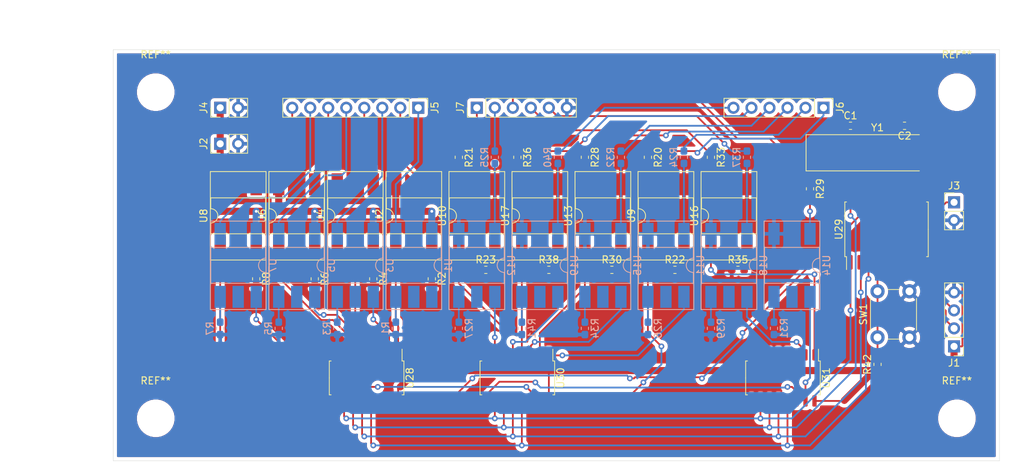
<source format=kicad_pcb>
(kicad_pcb (version 20171130) (host pcbnew "(5.1.5)-3")
  (layers (0 F.Cu signal) (31 B.Cu signal) (34 B.Paste user) (35 F.Paste user) (36 B.SilkS user) (37 F.SilkS user) (38 B.Mask user) (39 F.Mask user) (44 Edge.Cuts user))
  (net 0 "")
  (net 1 "Net-(C1-Pad1)")
  (net 2 GND)
  (net 3 "Net-(C2-Pad1)")
  (net 4 +3V3)
  (net 5 "Net-(J1-Pad2)")
  (net 6 "Net-(J1-Pad3)")
  (net 7 "Net-(R1-Pad1)")
  (net 8 "Net-(R2-Pad1)")
  (net 9 "Net-(R3-Pad1)")
  (net 10 "Net-(R4-Pad1)")
  (net 11 "Net-(R5-Pad1)")
  (net 12 "Net-(R6-Pad1)")
  (net 13 "Net-(R7-Pad1)")
  (net 14 "Net-(R8-Pad1)")
  (net 15 "Net-(R20-Pad2)")
  (net 16 "Net-(R21-Pad2)")
  (net 17 "Net-(R22-Pad2)")
  (net 18 "Net-(R23-Pad2)")
  (net 19 "Net-(R24-Pad2)")
  (net 20 "Net-(R25-Pad2)")
  (net 21 "Net-(R26-Pad2)")
  (net 22 "Net-(R27-Pad2)")
  (net 23 "Net-(R28-Pad2)")
  (net 24 "Net-(R29-Pad2)")
  (net 25 "Net-(R30-Pad2)")
  (net 26 "Net-(R31-Pad2)")
  (net 27 "Net-(R32-Pad2)")
  (net 28 "Net-(R33-Pad2)")
  (net 29 "Net-(R34-Pad2)")
  (net 30 "Net-(R35-Pad2)")
  (net 31 "Net-(R36-Pad2)")
  (net 32 "Net-(R37-Pad2)")
  (net 33 "Net-(R38-Pad2)")
  (net 34 "Net-(R39-Pad2)")
  (net 35 "Net-(R40-Pad2)")
  (net 36 "Net-(R41-Pad2)")
  (net 37 "Net-(R42-Pad2)")
  (net 38 "A(1)")
  (net 39 "A(2)")
  (net 40 "A(3)")
  (net 41 "A(4)")
  (net 42 "A(5)")
  (net 43 "A(6)")
  (net 44 "A(7)")
  (net 45 "A(8)")
  (net 46 "k(0)")
  (net 47 "k(6)")
  (net 48 "k(1)")
  (net 49 "k(7)")
  (net 50 "k(2)")
  (net 51 "k(8)")
  (net 52 "k(3)")
  (net 53 "k(9)")
  (net 54 "k(4)")
  (net 55 "k(D)")
  (net 56 "k(5)")
  (net 57 "Net-(U28-Pad9)")
  (net 58 SRCLR)
  (net 59 SRCLK)
  (net 60 RCLK)
  (net 61 OE)
  (net 62 SER)
  (net 63 "Net-(U29-Pad10)")
  (net 64 "Net-(U29-Pad11)")
  (net 65 "Net-(U29-Pad12)")
  (net 66 "Net-(U29-Pad13)")
  (net 67 "Net-(U29-Pad6)")
  (net 68 "Net-(U29-Pad9)")
  (net 69 "Net-(U30-Pad9)")
  (net 70 "Net-(U31-Pad9)")
  (net 71 "Net-(U31-Pad3)")
  (net 72 "Net-(U31-Pad4)")
  (net 73 "Net-(U31-Pad5)")
  (net 74 "Net-(U31-Pad6)")
  (net 75 "Net-(U31-Pad7)")
  (net 76 Vdrive)
  (net 77 "Net-(J5-Pad1)")
  (net 78 "Net-(J5-Pad2)")
  (net 79 "Net-(J5-Pad3)")
  (net 80 "Net-(J5-Pad4)")
  (net 81 "Net-(J5-Pad5)")
  (net 82 "Net-(J5-Pad6)")
  (net 83 "Net-(J5-Pad7)")
  (net 84 "Net-(J5-Pad8)")
  (net 85 "Net-(J6-Pad6)")
  (net 86 "Net-(J6-Pad5)")
  (net 87 "Net-(J6-Pad4)")
  (net 88 "Net-(J6-Pad3)")
  (net 89 "Net-(J6-Pad2)")
  (net 90 "Net-(J6-Pad1)")
  (net 91 "Net-(J7-Pad1)")
  (net 92 "Net-(J7-Pad2)")
  (net 93 "Net-(J7-Pad3)")
  (net 94 "Net-(J7-Pad4)")
  (net 95 "Net-(J7-Pad5)")
  (module MountingHole:MountingHole_4.3mm_M4 (layer F.Cu) (at 76 120)
    (fp_text reference REF** (at 0 -5.3) (layer F.SilkS))
    (fp_text value MountingHole_4.3mm_M4)
    (pad 1 np_thru_hole circle (at 0 0) (size 4.3 4.3) (drill 4.3) (layers *.Cu *.Mask))
  )
  (module MountingHole:MountingHole_4.3mm_M4 (layer F.Cu) (at 76 74)
    (fp_text reference REF** (at 0 -5.3) (layer F.SilkS))
    (fp_text value MountingHole_4.3mm_M4)
    (pad 1 np_thru_hole circle (at 0 0) (size 4.3 4.3) (drill 4.3) (layers *.Cu *.Mask))
  )
  (module MountingHole:MountingHole_4.3mm_M4 (layer F.Cu) (at 189 120)
    (fp_text reference REF** (at 0 -5.3) (layer F.SilkS))
    (fp_text value MountingHole_4.3mm_M4)
    (pad 1 np_thru_hole circle (at 0 0) (size 4.3 4.3) (drill 4.3) (layers *.Cu *.Mask))
  )
  (module Package_SO:SOP-16_4.55x10.3mm_P1.27mm (layer F.Cu) (at 105.74 114.3 270)
    (fp_text reference U28 (at 0 -6.1 90) (layer F.SilkS))
    (fp_text value 74HC595)
    (pad 1 smd roundrect (at -3.25 -4.445 270) (size 1.6 0.6) (layers F.Cu F.Paste F.Mask) (net 39 "A(2)"))
    (pad 2 smd roundrect (at -3.25 -3.175 270) (size 1.6 0.6) (layers F.Cu F.Paste F.Mask) (net 40 "A(3)"))
    (pad 3 smd roundrect (at -3.25 -1.905 270) (size 1.6 0.6) (layers F.Cu F.Paste F.Mask) (net 41 "A(4)"))
    (pad 4 smd roundrect (at -3.25 -0.635 270) (size 1.6 0.6) (layers F.Cu F.Paste F.Mask) (net 42 "A(5)"))
    (pad 5 smd roundrect (at -3.25 0.635 270) (size 1.6 0.6) (layers F.Cu F.Paste F.Mask) (net 43 "A(6)"))
    (pad 6 smd roundrect (at -3.25 1.905 270) (size 1.6 0.6) (layers F.Cu F.Paste F.Mask) (net 44 "A(7)"))
    (pad 7 smd roundrect (at -3.25 3.175 270) (size 1.6 0.6) (layers F.Cu F.Paste F.Mask) (net 45 "A(8)"))
    (pad 8 smd roundrect (at -3.25 4.445 270) (size 1.6 0.6) (layers F.Cu F.Paste F.Mask) (net 2 GND))
    (pad 9 smd roundrect (at 3.25 4.445 270) (size 1.6 0.6) (layers F.Cu F.Paste F.Mask) (net 57 "Net-(U28-Pad9)"))
    (pad 10 smd roundrect (at 3.25 3.175 270) (size 1.6 0.6) (layers F.Cu F.Paste F.Mask) (net 58 SRCLR))
    (pad 11 smd roundrect (at 3.25 1.905 270) (size 1.6 0.6) (layers F.Cu F.Paste F.Mask) (net 59 SRCLK))
    (pad 12 smd roundrect (at 3.25 0.635 270) (size 1.6 0.6) (layers F.Cu F.Paste F.Mask) (net 60 RCLK))
    (pad 13 smd roundrect (at 3.25 -0.635 270) (size 1.6 0.6) (layers F.Cu F.Paste F.Mask) (net 61 OE))
    (pad 14 smd roundrect (at 3.25 -1.905 270) (size 1.6 0.6) (layers F.Cu F.Paste F.Mask) (net 62 SER))
    (pad 15 smd roundrect (at 3.25 -3.175 270) (size 1.6 0.6) (layers F.Cu F.Paste F.Mask) (net 38 "A(1)"))
    (pad 16 smd roundrect (at 3.25 -4.445 270) (size 1.6 0.6) (layers F.Cu F.Paste F.Mask) (net 4 +3V3))
  )
  (module MountingHole:MountingHole_4.3mm_M4 (layer F.Cu) (at 189 74)
    (fp_text reference REF** (at 0 -5.3) (layer F.SilkS))
    (fp_text value MountingHole_4.3mm_M4)
    (pad 1 np_thru_hole circle (at 0 0) (size 4.3 4.3) (drill 4.3) (layers *.Cu *.Mask))
  )
  (module Capacitor_SMD:C_0603_1608Metric_Pad1.05x0.95mm_HandSolder (layer F.Cu) (at 173.99 78.74)
    (fp_text reference C1 (at 0 -1.43) (layer F.SilkS))
    (fp_text value C_Small)
    (pad 1 smd roundrect (at -0.875 0) (size 1.05 0.95) (layers F.Cu F.Paste F.Mask) (net 1 "Net-(C1-Pad1)"))
    (pad 2 smd roundrect (at 0.875 0) (size 1.05 0.95) (layers F.Cu F.Paste F.Mask) (net 2 GND))
  )
  (module Capacitor_SMD:C_0603_1608Metric_Pad1.05x0.95mm_HandSolder (layer F.Cu) (at 181.61 78.74 180)
    (fp_text reference C2 (at 0 -1.43) (layer F.SilkS))
    (fp_text value C_Small)
    (pad 2 smd roundrect (at 0.875 0 180) (size 1.05 0.95) (layers F.Cu F.Paste F.Mask) (net 2 GND))
    (pad 1 smd roundrect (at -0.875 0 180) (size 1.05 0.95) (layers F.Cu F.Paste F.Mask) (net 3 "Net-(C2-Pad1)"))
  )
  (module Connector_PinHeader_2.54mm:PinHeader_1x04_P2.54mm_Vertical (layer F.Cu) (at 188.595 109.855 180)
    (fp_text reference J1 (at 0 -2.33) (layer F.SilkS))
    (fp_text value Conn_01x04)
    (pad 1 thru_hole rect (at 0 0 180) (size 1.7 1.7) (drill 1) (layers *.Cu *.Mask) (net 4 +3V3))
    (pad 2 thru_hole oval (at 0 2.54 180) (size 1.7 1.7) (drill 1) (layers *.Cu *.Mask) (net 5 "Net-(J1-Pad2)"))
    (pad 3 thru_hole oval (at 0 5.08 180) (size 1.7 1.7) (drill 1) (layers *.Cu *.Mask) (net 6 "Net-(J1-Pad3)"))
    (pad 4 thru_hole oval (at 0 7.62 180) (size 1.7 1.7) (drill 1) (layers *.Cu *.Mask) (net 2 GND))
  )
  (module Connector_PinHeader_2.54mm:PinHeader_1x02_P2.54mm_Vertical (layer F.Cu) (at 85.09 81.28 90)
    (fp_text reference J2 (at 0 -2.33 90) (layer F.SilkS))
    (fp_text value HV_in)
    (pad 1 thru_hole rect (at 0 0 90) (size 1.7 1.7) (drill 1) (layers *.Cu *.Mask) (net 76 Vdrive))
    (pad 2 thru_hole oval (at 0 2.54 90) (size 1.7 1.7) (drill 1) (layers *.Cu *.Mask) (net 2 GND))
  )
  (module Connector_PinHeader_2.54mm:PinHeader_1x02_P2.54mm_Vertical (layer F.Cu) (at 188.595 89.535)
    (fp_text reference J3 (at 0 -2.33) (layer F.SilkS))
    (fp_text value dig_power)
    (pad 2 thru_hole oval (at 0 2.54) (size 1.7 1.7) (drill 1) (layers *.Cu *.Mask) (net 2 GND))
    (pad 1 thru_hole rect (at 0 0) (size 1.7 1.7) (drill 1) (layers *.Cu *.Mask) (net 4 +3V3))
  )
  (module Connector_PinHeader_2.54mm:PinHeader_1x02_P2.54mm_Vertical (layer F.Cu) (at 85.09 76.2 90)
    (fp_text reference J4 (at 0 -2.33 90) (layer F.SilkS))
    (fp_text value HV_Power)
    (pad 1 thru_hole rect (at 0 0 90) (size 1.7 1.7) (drill 1) (layers *.Cu *.Mask) (net 76 Vdrive))
    (pad 2 thru_hole oval (at 0 2.54 90) (size 1.7 1.7) (drill 1) (layers *.Cu *.Mask) (net 2 GND))
  )
  (module Connector_PinHeader_2.54mm:PinHeader_1x08_P2.54mm_Vertical (layer F.Cu) (at 113.03 76.2 270)
    (fp_text reference J5 (at 0 -2.33 90) (layer F.SilkS))
    (fp_text value nx_sel)
    (pad 1 thru_hole rect (at 0 0 270) (size 1.7 1.7) (drill 1) (layers *.Cu *.Mask) (net 77 "Net-(J5-Pad1)"))
    (pad 2 thru_hole oval (at 0 2.54 270) (size 1.7 1.7) (drill 1) (layers *.Cu *.Mask) (net 78 "Net-(J5-Pad2)"))
    (pad 3 thru_hole oval (at 0 5.08 270) (size 1.7 1.7) (drill 1) (layers *.Cu *.Mask) (net 79 "Net-(J5-Pad3)"))
    (pad 4 thru_hole oval (at 0 7.62 270) (size 1.7 1.7) (drill 1) (layers *.Cu *.Mask) (net 80 "Net-(J5-Pad4)"))
    (pad 5 thru_hole oval (at 0 10.16 270) (size 1.7 1.7) (drill 1) (layers *.Cu *.Mask) (net 81 "Net-(J5-Pad5)"))
    (pad 6 thru_hole oval (at 0 12.7 270) (size 1.7 1.7) (drill 1) (layers *.Cu *.Mask) (net 82 "Net-(J5-Pad6)"))
    (pad 7 thru_hole oval (at 0 15.24 270) (size 1.7 1.7) (drill 1) (layers *.Cu *.Mask) (net 83 "Net-(J5-Pad7)"))
    (pad 8 thru_hole oval (at 0 17.78 270) (size 1.7 1.7) (drill 1) (layers *.Cu *.Mask) (net 84 "Net-(J5-Pad8)"))
  )
  (module Connector_PinHeader_2.54mm:PinHeader_1x06_P2.54mm_Vertical (layer F.Cu) (at 170.18 76.2 270)
    (fp_text reference J6 (at 0 -2.33 90) (layer F.SilkS))
    (fp_text value K0_K5)
    (pad 6 thru_hole oval (at 0 12.7 270) (size 1.7 1.7) (drill 1) (layers *.Cu *.Mask) (net 85 "Net-(J6-Pad6)"))
    (pad 5 thru_hole oval (at 0 10.16 270) (size 1.7 1.7) (drill 1) (layers *.Cu *.Mask) (net 86 "Net-(J6-Pad5)"))
    (pad 4 thru_hole oval (at 0 7.62 270) (size 1.7 1.7) (drill 1) (layers *.Cu *.Mask) (net 87 "Net-(J6-Pad4)"))
    (pad 3 thru_hole oval (at 0 5.08 270) (size 1.7 1.7) (drill 1) (layers *.Cu *.Mask) (net 88 "Net-(J6-Pad3)"))
    (pad 2 thru_hole oval (at 0 2.54 270) (size 1.7 1.7) (drill 1) (layers *.Cu *.Mask) (net 89 "Net-(J6-Pad2)"))
    (pad 1 thru_hole rect (at 0 0 270) (size 1.7 1.7) (drill 1) (layers *.Cu *.Mask) (net 90 "Net-(J6-Pad1)"))
  )
  (module Connector_PinHeader_2.54mm:PinHeader_1x06_P2.54mm_Vertical (layer F.Cu) (at 121.285 76.2 90)
    (fp_text reference J7 (at 0 -2.33 90) (layer F.SilkS))
    (fp_text value k6_k0_DP)
    (pad 1 thru_hole rect (at 0 0 90) (size 1.7 1.7) (drill 1) (layers *.Cu *.Mask) (net 91 "Net-(J7-Pad1)"))
    (pad 2 thru_hole oval (at 0 2.54 90) (size 1.7 1.7) (drill 1) (layers *.Cu *.Mask) (net 92 "Net-(J7-Pad2)"))
    (pad 3 thru_hole oval (at 0 5.08 90) (size 1.7 1.7) (drill 1) (layers *.Cu *.Mask) (net 93 "Net-(J7-Pad3)"))
    (pad 4 thru_hole oval (at 0 7.62 90) (size 1.7 1.7) (drill 1) (layers *.Cu *.Mask) (net 94 "Net-(J7-Pad4)"))
    (pad 5 thru_hole oval (at 0 10.16 90) (size 1.7 1.7) (drill 1) (layers *.Cu *.Mask) (net 95 "Net-(J7-Pad5)"))
    (pad 6 thru_hole oval (at 0 12.7 90) (size 1.7 1.7) (drill 1) (layers *.Cu *.Mask) (net 2 GND))
  )
  (module Resistor_SMD:R_0603_1608Metric_Pad1.05x0.95mm_HandSolder (layer B.Cu) (at 109.855 107.315 270)
    (fp_text reference R1 (at 0 1.43 90) (layer B.SilkS) (effects (justify mirror)))
    (fp_text value R)
    (pad 2 smd roundrect (at 0.875 0 270) (size 1.05 0.95) (layers B.Cu B.Paste B.Mask) (net 2 GND))
    (pad 1 smd roundrect (at -0.875 0 270) (size 1.05 0.95) (layers B.Cu B.Paste B.Mask) (net 7 "Net-(R1-Pad1)"))
  )
  (module Resistor_SMD:R_0603_1608Metric_Pad1.05x0.95mm_HandSolder (layer F.Cu) (at 114.935 100.33 270)
    (fp_text reference R2 (at 0 -1.43 90) (layer F.SilkS))
    (fp_text value R)
    (pad 1 smd roundrect (at -0.875 0 270) (size 1.05 0.95) (layers F.Cu F.Paste F.Mask) (net 8 "Net-(R2-Pad1)"))
    (pad 2 smd roundrect (at 0.875 0 270) (size 1.05 0.95) (layers F.Cu F.Paste F.Mask) (net 2 GND))
  )
  (module Resistor_SMD:R_0603_1608Metric_Pad1.05x0.95mm_HandSolder (layer B.Cu) (at 101.6 107.315 270)
    (fp_text reference R3 (at 0 1.43 270) (layer B.SilkS) (effects (justify mirror)))
    (fp_text value R)
    (pad 2 smd roundrect (at 0.875 0 270) (size 1.05 0.95) (layers B.Cu B.Paste B.Mask) (net 2 GND))
    (pad 1 smd roundrect (at -0.875 0 270) (size 1.05 0.95) (layers B.Cu B.Paste B.Mask) (net 9 "Net-(R3-Pad1)"))
  )
  (module Resistor_SMD:R_0603_1608Metric_Pad1.05x0.95mm_HandSolder (layer F.Cu) (at 106.68 100.33 270)
    (fp_text reference R4 (at 0 -1.43 90) (layer F.SilkS))
    (fp_text value R)
    (pad 1 smd roundrect (at -0.875 0 270) (size 1.05 0.95) (layers F.Cu F.Paste F.Mask) (net 10 "Net-(R4-Pad1)"))
    (pad 2 smd roundrect (at 0.875 0 270) (size 1.05 0.95) (layers F.Cu F.Paste F.Mask) (net 2 GND))
  )
  (module Resistor_SMD:R_0603_1608Metric_Pad1.05x0.95mm_HandSolder (layer B.Cu) (at 93.345 107.315 270)
    (fp_text reference R5 (at 0 1.43 270) (layer B.SilkS) (effects (justify mirror)))
    (fp_text value R)
    (pad 1 smd roundrect (at -0.875 0 270) (size 1.05 0.95) (layers B.Cu B.Paste B.Mask) (net 11 "Net-(R5-Pad1)"))
    (pad 2 smd roundrect (at 0.875 0 270) (size 1.05 0.95) (layers B.Cu B.Paste B.Mask) (net 2 GND))
  )
  (module Resistor_SMD:R_0603_1608Metric_Pad1.05x0.95mm_HandSolder (layer F.Cu) (at 98.425 100.33 270)
    (fp_text reference R6 (at 0 -1.43 90) (layer F.SilkS))
    (fp_text value R)
    (pad 1 smd roundrect (at -0.875 0 270) (size 1.05 0.95) (layers F.Cu F.Paste F.Mask) (net 12 "Net-(R6-Pad1)"))
    (pad 2 smd roundrect (at 0.875 0 270) (size 1.05 0.95) (layers F.Cu F.Paste F.Mask) (net 2 GND))
  )
  (module Resistor_SMD:R_0603_1608Metric_Pad1.05x0.95mm_HandSolder (layer B.Cu) (at 85.09 107.315 270)
    (fp_text reference R7 (at 0 1.43 90) (layer B.SilkS) (effects (justify mirror)))
    (fp_text value R)
    (pad 2 smd roundrect (at 0.875 0 270) (size 1.05 0.95) (layers B.Cu B.Paste B.Mask) (net 2 GND))
    (pad 1 smd roundrect (at -0.875 0 270) (size 1.05 0.95) (layers B.Cu B.Paste B.Mask) (net 13 "Net-(R7-Pad1)"))
  )
  (module Resistor_SMD:R_0603_1608Metric_Pad1.05x0.95mm_HandSolder (layer F.Cu) (at 90.17 100.33 270)
    (fp_text reference R8 (at 0 -1.43 90) (layer F.SilkS))
    (fp_text value R)
    (pad 2 smd roundrect (at 0.875 0 270) (size 1.05 0.95) (layers F.Cu F.Paste F.Mask) (net 2 GND))
    (pad 1 smd roundrect (at -0.875 0 270) (size 1.05 0.95) (layers F.Cu F.Paste F.Mask) (net 14 "Net-(R8-Pad1)"))
  )
  (module Resistor_SMD:R_0603_1608Metric_Pad1.05x0.95mm_HandSolder (layer F.Cu) (at 145.415 83.185 270)
    (fp_text reference R20 (at 0 -1.43 90) (layer F.SilkS))
    (fp_text value R)
    (pad 2 smd roundrect (at 0.875 0 270) (size 1.05 0.95) (layers F.Cu F.Paste F.Mask) (net 15 "Net-(R20-Pad2)"))
    (pad 1 smd roundrect (at -0.875 0 270) (size 1.05 0.95) (layers F.Cu F.Paste F.Mask) (net 90 "Net-(J6-Pad1)"))
  )
  (module Resistor_SMD:R_0603_1608Metric_Pad1.05x0.95mm_HandSolder (layer F.Cu) (at 118.745 83.185 270)
    (fp_text reference R21 (at 0 -1.43 90) (layer F.SilkS))
    (fp_text value R)
    (pad 1 smd roundrect (at -0.875 0 270) (size 1.05 0.95) (layers F.Cu F.Paste F.Mask) (net 91 "Net-(J7-Pad1)"))
    (pad 2 smd roundrect (at 0.875 0 270) (size 1.05 0.95) (layers F.Cu F.Paste F.Mask) (net 16 "Net-(R21-Pad2)"))
  )
  (module Resistor_SMD:R_0603_1608Metric_Pad1.05x0.95mm_HandSolder (layer F.Cu) (at 149.225 99.06)
    (fp_text reference R22 (at 0 -1.43) (layer F.SilkS))
    (fp_text value R_Small)
    (pad 2 smd roundrect (at 0.875 0) (size 1.05 0.95) (layers F.Cu F.Paste F.Mask) (net 17 "Net-(R22-Pad2)"))
    (pad 1 smd roundrect (at -0.875 0) (size 1.05 0.95) (layers F.Cu F.Paste F.Mask) (net 2 GND))
  )
  (module Resistor_SMD:R_0603_1608Metric_Pad1.05x0.95mm_HandSolder (layer F.Cu) (at 122.555 99.06)
    (fp_text reference R23 (at 0 -1.43) (layer F.SilkS))
    (fp_text value R_Small)
    (pad 2 smd roundrect (at 0.875 0) (size 1.05 0.95) (layers F.Cu F.Paste F.Mask) (net 18 "Net-(R23-Pad2)"))
    (pad 1 smd roundrect (at -0.875 0) (size 1.05 0.95) (layers F.Cu F.Paste F.Mask) (net 2 GND))
  )
  (module Resistor_SMD:R_0603_1608Metric_Pad1.05x0.95mm_HandSolder (layer B.Cu) (at 150.495 83.185 270)
    (fp_text reference R24 (at 0 1.43 270) (layer B.SilkS) (effects (justify mirror)))
    (fp_text value R)
    (pad 2 smd roundrect (at 0.875 0 270) (size 1.05 0.95) (layers B.Cu B.Paste B.Mask) (net 19 "Net-(R24-Pad2)"))
    (pad 1 smd roundrect (at -0.875 0 270) (size 1.05 0.95) (layers B.Cu B.Paste B.Mask) (net 89 "Net-(J6-Pad2)"))
  )
  (module Resistor_SMD:R_0603_1608Metric_Pad1.05x0.95mm_HandSolder (layer B.Cu) (at 123.825 83.185 270)
    (fp_text reference R25 (at 0 1.43 270) (layer B.SilkS) (effects (justify mirror)))
    (fp_text value R)
    (pad 2 smd roundrect (at 0.875 0 270) (size 1.05 0.95) (layers B.Cu B.Paste B.Mask) (net 20 "Net-(R25-Pad2)"))
    (pad 1 smd roundrect (at -0.875 0 270) (size 1.05 0.95) (layers B.Cu B.Paste B.Mask) (net 92 "Net-(J7-Pad2)"))
  )
  (module Resistor_SMD:R_0603_1608Metric_Pad1.05x0.95mm_HandSolder (layer B.Cu) (at 145.415 107.315 90)
    (fp_text reference R26 (at 0 1.43 270) (layer B.SilkS) (effects (justify mirror)))
    (fp_text value R_Small)
    (pad 1 smd roundrect (at -0.875 0 90) (size 1.05 0.95) (layers B.Cu B.Paste B.Mask) (net 2 GND))
    (pad 2 smd roundrect (at 0.875 0 90) (size 1.05 0.95) (layers B.Cu B.Paste B.Mask) (net 21 "Net-(R26-Pad2)"))
  )
  (module Resistor_SMD:R_0603_1608Metric_Pad1.05x0.95mm_HandSolder (layer B.Cu) (at 118.745 107.315 90)
    (fp_text reference R27 (at 0 1.43 90) (layer B.SilkS) (effects (justify mirror)))
    (fp_text value R_Small)
    (pad 1 smd roundrect (at -0.875 0 90) (size 1.05 0.95) (layers B.Cu B.Paste B.Mask) (net 2 GND))
    (pad 2 smd roundrect (at 0.875 0 90) (size 1.05 0.95) (layers B.Cu B.Paste B.Mask) (net 22 "Net-(R27-Pad2)"))
  )
  (module Resistor_SMD:R_0603_1608Metric_Pad1.05x0.95mm_HandSolder (layer F.Cu) (at 136.525 83.185 270)
    (fp_text reference R28 (at 0 -1.43 90) (layer F.SilkS))
    (fp_text value R)
    (pad 1 smd roundrect (at -0.875 0 270) (size 1.05 0.95) (layers F.Cu F.Paste F.Mask) (net 88 "Net-(J6-Pad3)"))
    (pad 2 smd roundrect (at 0.875 0 270) (size 1.05 0.95) (layers F.Cu F.Paste F.Mask) (net 23 "Net-(R28-Pad2)"))
  )
  (module Resistor_SMD:R_0603_1608Metric_Pad1.05x0.95mm_HandSolder (layer F.Cu) (at 168.275 87.63 270)
    (fp_text reference R29 (at 0 -1.43 90) (layer F.SilkS))
    (fp_text value R)
    (pad 1 smd roundrect (at -0.875 0 270) (size 1.05 0.95) (layers F.Cu F.Paste F.Mask) (net 93 "Net-(J7-Pad3)"))
    (pad 2 smd roundrect (at 0.875 0 270) (size 1.05 0.95) (layers F.Cu F.Paste F.Mask) (net 24 "Net-(R29-Pad2)"))
  )
  (module Resistor_SMD:R_0603_1608Metric_Pad1.05x0.95mm_HandSolder (layer F.Cu) (at 140.335 99.06)
    (fp_text reference R30 (at 0 -1.43) (layer F.SilkS))
    (fp_text value R_Small)
    (pad 2 smd roundrect (at 0.875 0) (size 1.05 0.95) (layers F.Cu F.Paste F.Mask) (net 25 "Net-(R30-Pad2)"))
    (pad 1 smd roundrect (at -0.875 0) (size 1.05 0.95) (layers F.Cu F.Paste F.Mask) (net 2 GND))
  )
  (module Resistor_SMD:R_0603_1608Metric_Pad1.05x0.95mm_HandSolder (layer B.Cu) (at 163.195 107.315 90)
    (fp_text reference R31 (at 0 1.43 -90) (layer B.SilkS) (effects (justify mirror)))
    (fp_text value R_Small)
    (pad 2 smd roundrect (at 0.875 0 90) (size 1.05 0.95) (layers B.Cu B.Paste B.Mask) (net 26 "Net-(R31-Pad2)"))
    (pad 1 smd roundrect (at -0.875 0 90) (size 1.05 0.95) (layers B.Cu B.Paste B.Mask) (net 2 GND))
  )
  (module Resistor_SMD:R_0603_1608Metric_Pad1.05x0.95mm_HandSolder (layer B.Cu) (at 141.605 83.185 270)
    (fp_text reference R32 (at 0 1.43 270) (layer B.SilkS) (effects (justify mirror)))
    (fp_text value R)
    (pad 1 smd roundrect (at -0.875 0 270) (size 1.05 0.95) (layers B.Cu B.Paste B.Mask) (net 87 "Net-(J6-Pad4)"))
    (pad 2 smd roundrect (at 0.875 0 270) (size 1.05 0.95) (layers B.Cu B.Paste B.Mask) (net 27 "Net-(R32-Pad2)"))
  )
  (module Resistor_SMD:R_0603_1608Metric_Pad1.05x0.95mm_HandSolder (layer F.Cu) (at 154.305 83.185 270)
    (fp_text reference R33 (at 0 -1.43 90) (layer F.SilkS))
    (fp_text value R)
    (pad 2 smd roundrect (at 0.875 0 270) (size 1.05 0.95) (layers F.Cu F.Paste F.Mask) (net 28 "Net-(R33-Pad2)"))
    (pad 1 smd roundrect (at -0.875 0 270) (size 1.05 0.95) (layers F.Cu F.Paste F.Mask) (net 94 "Net-(J7-Pad4)"))
  )
  (module Resistor_SMD:R_0603_1608Metric_Pad1.05x0.95mm_HandSolder (layer B.Cu) (at 136.525 107.315 90)
    (fp_text reference R34 (at 0 1.43 90) (layer B.SilkS) (effects (justify mirror)))
    (fp_text value R_Small)
    (pad 1 smd roundrect (at -0.875 0 90) (size 1.05 0.95) (layers B.Cu B.Paste B.Mask) (net 2 GND))
    (pad 2 smd roundrect (at 0.875 0 90) (size 1.05 0.95) (layers B.Cu B.Paste B.Mask) (net 29 "Net-(R34-Pad2)"))
  )
  (module Resistor_SMD:R_0603_1608Metric_Pad1.05x0.95mm_HandSolder (layer F.Cu) (at 158.115 99.06)
    (fp_text reference R35 (at 0 -1.43) (layer F.SilkS))
    (fp_text value R_Small)
    (pad 1 smd roundrect (at -0.875 0) (size 1.05 0.95) (layers F.Cu F.Paste F.Mask) (net 2 GND))
    (pad 2 smd roundrect (at 0.875 0) (size 1.05 0.95) (layers F.Cu F.Paste F.Mask) (net 30 "Net-(R35-Pad2)"))
  )
  (module Resistor_SMD:R_0603_1608Metric_Pad1.05x0.95mm_HandSolder (layer F.Cu) (at 127 83.185 270)
    (fp_text reference R36 (at 0 -1.43 90) (layer F.SilkS))
    (fp_text value R)
    (pad 1 smd roundrect (at -0.875 0 270) (size 1.05 0.95) (layers F.Cu F.Paste F.Mask) (net 86 "Net-(J6-Pad5)"))
    (pad 2 smd roundrect (at 0.875 0 270) (size 1.05 0.95) (layers F.Cu F.Paste F.Mask) (net 31 "Net-(R36-Pad2)"))
  )
  (module Resistor_SMD:R_0603_1608Metric_Pad1.05x0.95mm_HandSolder (layer B.Cu) (at 159.385 83.185 270)
    (fp_text reference R37 (at 0 1.43 270) (layer B.SilkS) (effects (justify mirror)))
    (fp_text value R)
    (pad 1 smd roundrect (at -0.875 0 270) (size 1.05 0.95) (layers B.Cu B.Paste B.Mask) (net 95 "Net-(J7-Pad5)"))
    (pad 2 smd roundrect (at 0.875 0 270) (size 1.05 0.95) (layers B.Cu B.Paste B.Mask) (net 32 "Net-(R37-Pad2)"))
  )
  (module Resistor_SMD:R_0603_1608Metric_Pad1.05x0.95mm_HandSolder (layer F.Cu) (at 131.445 99.06)
    (fp_text reference R38 (at 0 -1.43) (layer F.SilkS))
    (fp_text value R_Small)
    (pad 2 smd roundrect (at 0.875 0) (size 1.05 0.95) (layers F.Cu F.Paste F.Mask) (net 33 "Net-(R38-Pad2)"))
    (pad 1 smd roundrect (at -0.875 0) (size 1.05 0.95) (layers F.Cu F.Paste F.Mask) (net 2 GND))
  )
  (module Resistor_SMD:R_0603_1608Metric_Pad1.05x0.95mm_HandSolder (layer B.Cu) (at 154.305 107.315 90)
    (fp_text reference R39 (at 0 1.43 270) (layer B.SilkS) (effects (justify mirror)))
    (fp_text value R_Small)
    (pad 2 smd roundrect (at 0.875 0 90) (size 1.05 0.95) (layers B.Cu B.Paste B.Mask) (net 34 "Net-(R39-Pad2)"))
    (pad 1 smd roundrect (at -0.875 0 90) (size 1.05 0.95) (layers B.Cu B.Paste B.Mask) (net 2 GND))
  )
  (module Resistor_SMD:R_0603_1608Metric_Pad1.05x0.95mm_HandSolder (layer B.Cu) (at 132.715 83.185 270)
    (fp_text reference R40 (at 0 1.43 270) (layer B.SilkS) (effects (justify mirror)))
    (fp_text value R)
    (pad 2 smd roundrect (at 0.875 0 270) (size 1.05 0.95) (layers B.Cu B.Paste B.Mask) (net 35 "Net-(R40-Pad2)"))
    (pad 1 smd roundrect (at -0.875 0 270) (size 1.05 0.95) (layers B.Cu B.Paste B.Mask) (net 85 "Net-(J6-Pad6)"))
  )
  (module Resistor_SMD:R_0603_1608Metric_Pad1.05x0.95mm_HandSolder (layer B.Cu) (at 127.635 107.315 90)
    (fp_text reference R41 (at 0 1.43 90) (layer B.SilkS) (effects (justify mirror)))
    (fp_text value R_Small)
    (pad 1 smd roundrect (at -0.875 0 90) (size 1.05 0.95) (layers B.Cu B.Paste B.Mask) (net 2 GND))
    (pad 2 smd roundrect (at 0.875 0 90) (size 1.05 0.95) (layers B.Cu B.Paste B.Mask) (net 36 "Net-(R41-Pad2)"))
  )
  (module Resistor_SMD:R_0603_1608Metric_Pad1.05x0.95mm_HandSolder (layer F.Cu) (at 177.8 112.395 90)
    (fp_text reference R42 (at 0 -1.43 90) (layer F.SilkS))
    (fp_text value R_Small)
    (pad 2 smd roundrect (at 0.875 0 90) (size 1.05 0.95) (layers F.Cu F.Paste F.Mask) (net 37 "Net-(R42-Pad2)"))
    (pad 1 smd roundrect (at -0.875 0 90) (size 1.05 0.95) (layers F.Cu F.Paste F.Mask) (net 4 +3V3))
  )
  (module Button_Switch_THT:SW_PUSH_6mm_H5mm (layer F.Cu) (at 177.8 108.585 90)
    (fp_text reference SW1 (at 3.25 -2 90) (layer F.SilkS))
    (fp_text value SW_Push)
    (pad 2 thru_hole circle (at 0 4.5 180) (size 2 2) (drill 1.1) (layers *.Cu *.Mask) (net 2 GND))
    (pad 1 thru_hole circle (at 0 0 180) (size 2 2) (drill 1.1) (layers *.Cu *.Mask) (net 37 "Net-(R42-Pad2)"))
    (pad 2 thru_hole circle (at 6.5 4.5 180) (size 2 2) (drill 1.1) (layers *.Cu *.Mask) (net 2 GND))
    (pad 1 thru_hole circle (at 6.5 0 180) (size 2 2) (drill 1.1) (layers *.Cu *.Mask) (net 37 "Net-(R42-Pad2)"))
  )
  (module Package_DIP:DIP-5-6_W8.89mm_SMDSocket_LongPads (layer B.Cu) (at 112.395 98.425 90)
    (fp_text reference U1 (at 0 4.87 90) (layer B.SilkS) (effects (justify mirror)))
    (fp_text value TLP172G)
    (pad 1 smd rect (at -4.445 2.54 90) (size 3.1 1.6) (layers B.Cu B.Paste B.Mask) (net 38 "A(1)"))
    (pad 4 smd rect (at 4.445 -2.54 90) (size 3.1 1.6) (layers B.Cu B.Paste B.Mask) (net 77 "Net-(J5-Pad1)"))
    (pad 2 smd rect (at -4.445 0 90) (size 3.1 1.6) (layers B.Cu B.Paste B.Mask))
    (pad 3 smd rect (at -4.445 -2.54 90) (size 3.1 1.6) (layers B.Cu B.Paste B.Mask) (net 7 "Net-(R1-Pad1)"))
    (pad 6 smd rect (at 4.445 2.54 90) (size 3.1 1.6) (layers B.Cu B.Paste B.Mask) (net 76 Vdrive))
  )
  (module Package_DIP:DIP-5-6_W8.89mm_SMDSocket_LongPads (layer F.Cu) (at 112.395 91.44 90)
    (fp_text reference U2 (at 0 -4.87 90) (layer F.SilkS))
    (fp_text value TLP172G)
    (pad 6 smd rect (at 4.445 -2.54 90) (size 3.1 1.6) (layers F.Cu F.Paste F.Mask) (net 76 Vdrive))
    (pad 3 smd rect (at -4.445 2.54 90) (size 3.1 1.6) (layers F.Cu F.Paste F.Mask) (net 8 "Net-(R2-Pad1)"))
    (pad 2 smd rect (at -4.445 0 90) (size 3.1 1.6) (layers F.Cu F.Paste F.Mask))
    (pad 4 smd rect (at 4.445 2.54 90) (size 3.1 1.6) (layers F.Cu F.Paste F.Mask) (net 78 "Net-(J5-Pad2)"))
    (pad 1 smd rect (at -4.445 -2.54 90) (size 3.1 1.6) (layers F.Cu F.Paste F.Mask) (net 39 "A(2)"))
  )
  (module Package_DIP:DIP-5-6_W8.89mm_SMDSocket_LongPads (layer B.Cu) (at 104.14 98.425 90)
    (fp_text reference U3 (at 0 4.87 90) (layer B.SilkS) (effects (justify mirror)))
    (fp_text value TLP172G)
    (pad 1 smd rect (at -4.445 2.54 90) (size 3.1 1.6) (layers B.Cu B.Paste B.Mask) (net 40 "A(3)"))
    (pad 4 smd rect (at 4.445 -2.54 90) (size 3.1 1.6) (layers B.Cu B.Paste B.Mask) (net 79 "Net-(J5-Pad3)"))
    (pad 2 smd rect (at -4.445 0 90) (size 3.1 1.6) (layers B.Cu B.Paste B.Mask))
    (pad 3 smd rect (at -4.445 -2.54 90) (size 3.1 1.6) (layers B.Cu B.Paste B.Mask) (net 9 "Net-(R3-Pad1)"))
    (pad 6 smd rect (at 4.445 2.54 90) (size 3.1 1.6) (layers B.Cu B.Paste B.Mask) (net 76 Vdrive))
  )
  (module Package_DIP:DIP-5-6_W8.89mm_SMDSocket_LongPads (layer F.Cu) (at 104.14 91.44 90)
    (fp_text reference U4 (at 0 -4.87 90) (layer F.SilkS))
    (fp_text value TLP172G)
    (pad 6 smd rect (at 4.445 -2.54 90) (size 3.1 1.6) (layers F.Cu F.Paste F.Mask) (net 76 Vdrive))
    (pad 3 smd rect (at -4.445 2.54 90) (size 3.1 1.6) (layers F.Cu F.Paste F.Mask) (net 10 "Net-(R4-Pad1)"))
    (pad 2 smd rect (at -4.445 0 90) (size 3.1 1.6) (layers F.Cu F.Paste F.Mask))
    (pad 4 smd rect (at 4.445 2.54 90) (size 3.1 1.6) (layers F.Cu F.Paste F.Mask) (net 80 "Net-(J5-Pad4)"))
    (pad 1 smd rect (at -4.445 -2.54 90) (size 3.1 1.6) (layers F.Cu F.Paste F.Mask) (net 41 "A(4)"))
  )
  (module Package_DIP:DIP-5-6_W8.89mm_SMDSocket_LongPads (layer B.Cu) (at 95.885 98.425 90)
    (fp_text reference U5 (at 0 4.87 90) (layer B.SilkS) (effects (justify mirror)))
    (fp_text value TLP172G)
    (pad 1 smd rect (at -4.445 2.54 90) (size 3.1 1.6) (layers B.Cu B.Paste B.Mask) (net 42 "A(5)"))
    (pad 4 smd rect (at 4.445 -2.54 90) (size 3.1 1.6) (layers B.Cu B.Paste B.Mask) (net 81 "Net-(J5-Pad5)"))
    (pad 2 smd rect (at -4.445 0 90) (size 3.1 1.6) (layers B.Cu B.Paste B.Mask))
    (pad 3 smd rect (at -4.445 -2.54 90) (size 3.1 1.6) (layers B.Cu B.Paste B.Mask) (net 11 "Net-(R5-Pad1)"))
    (pad 6 smd rect (at 4.445 2.54 90) (size 3.1 1.6) (layers B.Cu B.Paste B.Mask) (net 76 Vdrive))
  )
  (module Package_DIP:DIP-5-6_W8.89mm_SMDSocket_LongPads (layer F.Cu) (at 95.885 91.44 90)
    (fp_text reference U6 (at 0 -4.87 90) (layer F.SilkS))
    (fp_text value TLP172G)
    (pad 1 smd rect (at -4.445 -2.54 90) (size 3.1 1.6) (layers F.Cu F.Paste F.Mask) (net 43 "A(6)"))
    (pad 4 smd rect (at 4.445 2.54 90) (size 3.1 1.6) (layers F.Cu F.Paste F.Mask) (net 82 "Net-(J5-Pad6)"))
    (pad 2 smd rect (at -4.445 0 90) (size 3.1 1.6) (layers F.Cu F.Paste F.Mask))
    (pad 3 smd rect (at -4.445 2.54 90) (size 3.1 1.6) (layers F.Cu F.Paste F.Mask) (net 12 "Net-(R6-Pad1)"))
    (pad 6 smd rect (at 4.445 -2.54 90) (size 3.1 1.6) (layers F.Cu F.Paste F.Mask) (net 76 Vdrive))
  )
  (module Package_DIP:DIP-5-6_W8.89mm_SMDSocket_LongPads (layer B.Cu) (at 87.63 98.425 90)
    (fp_text reference U7 (at 0 4.87 270) (layer B.SilkS) (effects (justify mirror)))
    (fp_text value TLP172G)
    (pad 6 smd rect (at 4.445 2.54 90) (size 3.1 1.6) (layers B.Cu B.Paste B.Mask) (net 76 Vdrive))
    (pad 3 smd rect (at -4.445 -2.54 90) (size 3.1 1.6) (layers B.Cu B.Paste B.Mask) (net 13 "Net-(R7-Pad1)"))
    (pad 2 smd rect (at -4.445 0 90) (size 3.1 1.6) (layers B.Cu B.Paste B.Mask))
    (pad 4 smd rect (at 4.445 -2.54 90) (size 3.1 1.6) (layers B.Cu B.Paste B.Mask) (net 83 "Net-(J5-Pad7)"))
    (pad 1 smd rect (at -4.445 2.54 90) (size 3.1 1.6) (layers B.Cu B.Paste B.Mask) (net 44 "A(7)"))
  )
  (module Package_DIP:DIP-5-6_W8.89mm_SMDSocket_LongPads (layer F.Cu) (at 87.63 91.44 90)
    (fp_text reference U8 (at 0 -4.87 90) (layer F.SilkS))
    (fp_text value TLP172G)
    (pad 1 smd rect (at -4.445 -2.54 90) (size 3.1 1.6) (layers F.Cu F.Paste F.Mask) (net 45 "A(8)"))
    (pad 4 smd rect (at 4.445 2.54 90) (size 3.1 1.6) (layers F.Cu F.Paste F.Mask) (net 84 "Net-(J5-Pad8)"))
    (pad 2 smd rect (at -4.445 0 90) (size 3.1 1.6) (layers F.Cu F.Paste F.Mask))
    (pad 3 smd rect (at -4.445 2.54 90) (size 3.1 1.6) (layers F.Cu F.Paste F.Mask) (net 14 "Net-(R8-Pad1)"))
    (pad 6 smd rect (at 4.445 -2.54 90) (size 3.1 1.6) (layers F.Cu F.Paste F.Mask) (net 76 Vdrive))
  )
  (module Package_DIP:DIP-5-6_W8.89mm_SMDSocket_LongPads (layer F.Cu) (at 147.955 91.44 90)
    (fp_text reference U9 (at 0 -4.87 90) (layer F.SilkS))
    (fp_text value TLP172G)
    (pad 6 smd rect (at 4.445 -2.54 90) (size 3.1 1.6) (layers F.Cu F.Paste F.Mask) (net 15 "Net-(R20-Pad2)"))
    (pad 3 smd rect (at -4.445 2.54 90) (size 3.1 1.6) (layers F.Cu F.Paste F.Mask) (net 17 "Net-(R22-Pad2)"))
    (pad 2 smd rect (at -4.445 0 90) (size 3.1 1.6) (layers F.Cu F.Paste F.Mask))
    (pad 4 smd rect (at 4.445 2.54 90) (size 3.1 1.6) (layers F.Cu F.Paste F.Mask) (net 2 GND))
    (pad 1 smd rect (at -4.445 -2.54 90) (size 3.1 1.6) (layers F.Cu F.Paste F.Mask) (net 46 "k(0)"))
  )
  (module Package_DIP:DIP-5-6_W8.89mm_SMDSocket_LongPads (layer F.Cu) (at 121.285 91.44 90)
    (fp_text reference U10 (at 0 -4.87 90) (layer F.SilkS))
    (fp_text value TLP172G)
    (pad 1 smd rect (at -4.445 -2.54 90) (size 3.1 1.6) (layers F.Cu F.Paste F.Mask) (net 47 "k(6)"))
    (pad 4 smd rect (at 4.445 2.54 90) (size 3.1 1.6) (layers F.Cu F.Paste F.Mask) (net 2 GND))
    (pad 2 smd rect (at -4.445 0 90) (size 3.1 1.6) (layers F.Cu F.Paste F.Mask))
    (pad 3 smd rect (at -4.445 2.54 90) (size 3.1 1.6) (layers F.Cu F.Paste F.Mask) (net 18 "Net-(R23-Pad2)"))
    (pad 6 smd rect (at 4.445 -2.54 90) (size 3.1 1.6) (layers F.Cu F.Paste F.Mask) (net 16 "Net-(R21-Pad2)"))
  )
  (module Package_DIP:DIP-5-6_W8.89mm_SMDSocket_LongPads (layer B.Cu) (at 147.955 98.425 90)
    (fp_text reference U11 (at 0 4.87 270) (layer B.SilkS) (effects (justify mirror)))
    (fp_text value TLP172G)
    (pad 1 smd rect (at -4.445 2.54 90) (size 3.1 1.6) (layers B.Cu B.Paste B.Mask) (net 48 "k(1)"))
    (pad 4 smd rect (at 4.445 -2.54 90) (size 3.1 1.6) (layers B.Cu B.Paste B.Mask) (net 2 GND))
    (pad 2 smd rect (at -4.445 0 90) (size 3.1 1.6) (layers B.Cu B.Paste B.Mask))
    (pad 3 smd rect (at -4.445 -2.54 90) (size 3.1 1.6) (layers B.Cu B.Paste B.Mask) (net 21 "Net-(R26-Pad2)"))
    (pad 6 smd rect (at 4.445 2.54 90) (size 3.1 1.6) (layers B.Cu B.Paste B.Mask) (net 19 "Net-(R24-Pad2)"))
  )
  (module Package_DIP:DIP-5-6_W8.89mm_SMDSocket_LongPads (layer B.Cu) (at 121.285 98.425 90)
    (fp_text reference U12 (at 0 4.87 270) (layer B.SilkS) (effects (justify mirror)))
    (fp_text value TLP172G)
    (pad 6 smd rect (at 4.445 2.54 90) (size 3.1 1.6) (layers B.Cu B.Paste B.Mask) (net 20 "Net-(R25-Pad2)"))
    (pad 3 smd rect (at -4.445 -2.54 90) (size 3.1 1.6) (layers B.Cu B.Paste B.Mask) (net 22 "Net-(R27-Pad2)"))
    (pad 2 smd rect (at -4.445 0 90) (size 3.1 1.6) (layers B.Cu B.Paste B.Mask))
    (pad 4 smd rect (at 4.445 -2.54 90) (size 3.1 1.6) (layers B.Cu B.Paste B.Mask) (net 2 GND))
    (pad 1 smd rect (at -4.445 2.54 90) (size 3.1 1.6) (layers B.Cu B.Paste B.Mask) (net 49 "k(7)"))
  )
  (module Package_DIP:DIP-5-6_W8.89mm_SMDSocket_LongPads (layer F.Cu) (at 139.065 91.44 90)
    (fp_text reference U13 (at 0 -4.87 90) (layer F.SilkS))
    (fp_text value TLP172G)
    (pad 6 smd rect (at 4.445 -2.54 90) (size 3.1 1.6) (layers F.Cu F.Paste F.Mask) (net 23 "Net-(R28-Pad2)"))
    (pad 3 smd rect (at -4.445 2.54 90) (size 3.1 1.6) (layers F.Cu F.Paste F.Mask) (net 25 "Net-(R30-Pad2)"))
    (pad 2 smd rect (at -4.445 0 90) (size 3.1 1.6) (layers F.Cu F.Paste F.Mask))
    (pad 4 smd rect (at 4.445 2.54 90) (size 3.1 1.6) (layers F.Cu F.Paste F.Mask) (net 2 GND))
    (pad 1 smd rect (at -4.445 -2.54 90) (size 3.1 1.6) (layers F.Cu F.Paste F.Mask) (net 50 "k(2)"))
  )
  (module Package_DIP:DIP-5-6_W8.89mm_SMDSocket_LongPads (layer B.Cu) (at 165.735 98.425 90)
    (fp_text reference U14 (at 0 4.87 270) (layer B.SilkS) (effects (justify mirror)))
    (fp_text value TLP172G)
    (pad 1 smd rect (at -4.445 2.54 90) (size 3.1 1.6) (layers B.Cu B.Paste B.Mask) (net 51 "k(8)"))
    (pad 4 smd rect (at 4.445 -2.54 90) (size 3.1 1.6) (layers B.Cu B.Paste B.Mask) (net 2 GND))
    (pad 2 smd rect (at -4.445 0 90) (size 3.1 1.6) (layers B.Cu B.Paste B.Mask))
    (pad 3 smd rect (at -4.445 -2.54 90) (size 3.1 1.6) (layers B.Cu B.Paste B.Mask) (net 26 "Net-(R31-Pad2)"))
    (pad 6 smd rect (at 4.445 2.54 90) (size 3.1 1.6) (layers B.Cu B.Paste B.Mask) (net 24 "Net-(R29-Pad2)"))
  )
  (module Package_DIP:DIP-5-6_W8.89mm_SMDSocket_LongPads (layer B.Cu) (at 139.065 98.425 90)
    (fp_text reference U15 (at 0 4.87 270) (layer B.SilkS) (effects (justify mirror)))
    (fp_text value TLP172G)
    (pad 1 smd rect (at -4.445 2.54 90) (size 3.1 1.6) (layers B.Cu B.Paste B.Mask) (net 52 "k(3)"))
    (pad 4 smd rect (at 4.445 -2.54 90) (size 3.1 1.6) (layers B.Cu B.Paste B.Mask) (net 2 GND))
    (pad 2 smd rect (at -4.445 0 90) (size 3.1 1.6) (layers B.Cu B.Paste B.Mask))
    (pad 3 smd rect (at -4.445 -2.54 90) (size 3.1 1.6) (layers B.Cu B.Paste B.Mask) (net 29 "Net-(R34-Pad2)"))
    (pad 6 smd rect (at 4.445 2.54 90) (size 3.1 1.6) (layers B.Cu B.Paste B.Mask) (net 27 "Net-(R32-Pad2)"))
  )
  (module Package_DIP:DIP-5-6_W8.89mm_SMDSocket_LongPads (layer F.Cu) (at 156.845 91.44 90)
    (fp_text reference U16 (at 0 -4.87 90) (layer F.SilkS))
    (fp_text value TLP172G)
    (pad 6 smd rect (at 4.445 -2.54 90) (size 3.1 1.6) (layers F.Cu F.Paste F.Mask) (net 28 "Net-(R33-Pad2)"))
    (pad 3 smd rect (at -4.445 2.54 90) (size 3.1 1.6) (layers F.Cu F.Paste F.Mask) (net 30 "Net-(R35-Pad2)"))
    (pad 2 smd rect (at -4.445 0 90) (size 3.1 1.6) (layers F.Cu F.Paste F.Mask))
    (pad 4 smd rect (at 4.445 2.54 90) (size 3.1 1.6) (layers F.Cu F.Paste F.Mask) (net 2 GND))
    (pad 1 smd rect (at -4.445 -2.54 90) (size 3.1 1.6) (layers F.Cu F.Paste F.Mask) (net 53 "k(9)"))
  )
  (module Package_DIP:DIP-5-6_W8.89mm_SMDSocket_LongPads (layer F.Cu) (at 130.175 91.44 90)
    (fp_text reference U17 (at 0 -4.87 90) (layer F.SilkS))
    (fp_text value TLP172G)
    (pad 6 smd rect (at 4.445 -2.54 90) (size 3.1 1.6) (layers F.Cu F.Paste F.Mask) (net 31 "Net-(R36-Pad2)"))
    (pad 3 smd rect (at -4.445 2.54 90) (size 3.1 1.6) (layers F.Cu F.Paste F.Mask) (net 33 "Net-(R38-Pad2)"))
    (pad 2 smd rect (at -4.445 0 90) (size 3.1 1.6) (layers F.Cu F.Paste F.Mask))
    (pad 4 smd rect (at 4.445 2.54 90) (size 3.1 1.6) (layers F.Cu F.Paste F.Mask) (net 2 GND))
    (pad 1 smd rect (at -4.445 -2.54 90) (size 3.1 1.6) (layers F.Cu F.Paste F.Mask) (net 54 "k(4)"))
  )
  (module Package_DIP:DIP-5-6_W8.89mm_SMDSocket_LongPads (layer B.Cu) (at 156.845 98.425 90)
    (fp_text reference U18 (at 0 4.87 270) (layer B.SilkS) (effects (justify mirror)))
    (fp_text value TLP172G)
    (pad 1 smd rect (at -4.445 2.54 90) (size 3.1 1.6) (layers B.Cu B.Paste B.Mask) (net 55 "k(D)"))
    (pad 4 smd rect (at 4.445 -2.54 90) (size 3.1 1.6) (layers B.Cu B.Paste B.Mask) (net 2 GND))
    (pad 2 smd rect (at -4.445 0 90) (size 3.1 1.6) (layers B.Cu B.Paste B.Mask))
    (pad 3 smd rect (at -4.445 -2.54 90) (size 3.1 1.6) (layers B.Cu B.Paste B.Mask) (net 34 "Net-(R39-Pad2)"))
    (pad 6 smd rect (at 4.445 2.54 90) (size 3.1 1.6) (layers B.Cu B.Paste B.Mask) (net 32 "Net-(R37-Pad2)"))
  )
  (module Package_DIP:DIP-5-6_W8.89mm_SMDSocket_LongPads (layer B.Cu) (at 130.175 98.425 90)
    (fp_text reference U19 (at 0 4.87 270) (layer B.SilkS) (effects (justify mirror)))
    (fp_text value TLP172G)
    (pad 6 smd rect (at 4.445 2.54 90) (size 3.1 1.6) (layers B.Cu B.Paste B.Mask) (net 35 "Net-(R40-Pad2)"))
    (pad 3 smd rect (at -4.445 -2.54 90) (size 3.1 1.6) (layers B.Cu B.Paste B.Mask) (net 36 "Net-(R41-Pad2)"))
    (pad 2 smd rect (at -4.445 0 90) (size 3.1 1.6) (layers B.Cu B.Paste B.Mask))
    (pad 4 smd rect (at 4.445 -2.54 90) (size 3.1 1.6) (layers B.Cu B.Paste B.Mask) (net 2 GND))
    (pad 1 smd rect (at -4.445 2.54 90) (size 3.1 1.6) (layers B.Cu B.Paste B.Mask) (net 56 "k(5)"))
  )
  (module Package_SO:SOIC-18W_7.5x11.6mm_P1.27mm (layer F.Cu) (at 179.07 93.345 90)
    (fp_text reference U29 (at 0 -6.72 90) (layer F.SilkS))
    (fp_text value PIC16F648A-IP)
    (pad 1 smd roundrect (at -4.65 -5.08 90) (size 2.05 0.6) (layers F.Cu F.Paste F.Mask) (net 58 SRCLR))
    (pad 2 smd roundrect (at -4.65 -3.81 90) (size 2.05 0.6) (layers F.Cu F.Paste F.Mask) (net 60 RCLK))
    (pad 3 smd roundrect (at -4.65 -2.54 90) (size 2.05 0.6) (layers F.Cu F.Paste F.Mask) (net 61 OE))
    (pad 4 smd roundrect (at -4.65 -1.27 90) (size 2.05 0.6) (layers F.Cu F.Paste F.Mask) (net 37 "Net-(R42-Pad2)"))
    (pad 5 smd roundrect (at -4.65 0 90) (size 2.05 0.6) (layers F.Cu F.Paste F.Mask) (net 2 GND))
    (pad 6 smd roundrect (at -4.65 1.27 90) (size 2.05 0.6) (layers F.Cu F.Paste F.Mask) (net 67 "Net-(U29-Pad6)"))
    (pad 7 smd roundrect (at -4.65 2.54 90) (size 2.05 0.6) (layers F.Cu F.Paste F.Mask) (net 5 "Net-(J1-Pad2)"))
    (pad 8 smd roundrect (at -4.65 3.81 90) (size 2.05 0.6) (layers F.Cu F.Paste F.Mask) (net 6 "Net-(J1-Pad3)"))
    (pad 9 smd roundrect (at -4.65 5.08 90) (size 2.05 0.6) (layers F.Cu F.Paste F.Mask) (net 68 "Net-(U29-Pad9)"))
    (pad 10 smd roundrect (at 4.65 5.08 90) (size 2.05 0.6) (layers F.Cu F.Paste F.Mask) (net 63 "Net-(U29-Pad10)"))
    (pad 11 smd roundrect (at 4.65 3.81 90) (size 2.05 0.6) (layers F.Cu F.Paste F.Mask) (net 64 "Net-(U29-Pad11)"))
    (pad 12 smd roundrect (at 4.65 2.54 90) (size 2.05 0.6) (layers F.Cu F.Paste F.Mask) (net 65 "Net-(U29-Pad12)"))
    (pad 13 smd roundrect (at 4.65 1.27 90) (size 2.05 0.6) (layers F.Cu F.Paste F.Mask) (net 66 "Net-(U29-Pad13)"))
    (pad 14 smd roundrect (at 4.65 0 90) (size 2.05 0.6) (layers F.Cu F.Paste F.Mask) (net 4 +3V3))
    (pad 15 smd roundrect (at 4.65 -1.27 90) (size 2.05 0.6) (layers F.Cu F.Paste F.Mask) (net 3 "Net-(C2-Pad1)"))
    (pad 16 smd roundrect (at 4.65 -2.54 90) (size 2.05 0.6) (layers F.Cu F.Paste F.Mask) (net 1 "Net-(C1-Pad1)"))
    (pad 17 smd roundrect (at 4.65 -3.81 90) (size 2.05 0.6) (layers F.Cu F.Paste F.Mask) (net 62 SER))
    (pad 18 smd roundrect (at 4.65 -5.08 90) (size 2.05 0.6) (layers F.Cu F.Paste F.Mask) (net 59 SRCLK))
  )
  (module Package_SO:SOP-16_4.55x10.3mm_P1.27mm (layer F.Cu) (at 127 114.3 270)
    (fp_text reference U30 (at 0 -6.1 90) (layer F.SilkS))
    (fp_text value 74HC595)
    (pad 16 smd roundrect (at 3.25 -4.445 270) (size 1.6 0.6) (layers F.Cu F.Paste F.Mask) (net 4 +3V3))
    (pad 15 smd roundrect (at 3.25 -3.175 270) (size 1.6 0.6) (layers F.Cu F.Paste F.Mask) (net 46 "k(0)"))
    (pad 14 smd roundrect (at 3.25 -1.905 270) (size 1.6 0.6) (layers F.Cu F.Paste F.Mask) (net 57 "Net-(U28-Pad9)"))
    (pad 13 smd roundrect (at 3.25 -0.635 270) (size 1.6 0.6) (layers F.Cu F.Paste F.Mask) (net 61 OE))
    (pad 12 smd roundrect (at 3.25 0.635 270) (size 1.6 0.6) (layers F.Cu F.Paste F.Mask) (net 60 RCLK))
    (pad 11 smd roundrect (at 3.25 1.905 270) (size 1.6 0.6) (layers F.Cu F.Paste F.Mask) (net 59 SRCLK))
    (pad 10 smd roundrect (at 3.25 3.175 270) (size 1.6 0.6) (layers F.Cu F.Paste F.Mask) (net 58 SRCLR))
    (pad 9 smd roundrect (at 3.25 4.445 270) (size 1.6 0.6) (layers F.Cu F.Paste F.Mask) (net 69 "Net-(U30-Pad9)"))
    (pad 8 smd roundrect (at -3.25 4.445 270) (size 1.6 0.6) (layers F.Cu F.Paste F.Mask) (net 2 GND))
    (pad 7 smd roundrect (at -3.25 3.175 270) (size 1.6 0.6) (layers F.Cu F.Paste F.Mask) (net 49 "k(7)"))
    (pad 6 smd roundrect (at -3.25 1.905 270) (size 1.6 0.6) (layers F.Cu F.Paste F.Mask) (net 47 "k(6)"))
    (pad 5 smd roundrect (at -3.25 0.635 270) (size 1.6 0.6) (layers F.Cu F.Paste F.Mask) (net 56 "k(5)"))
    (pad 4 smd roundrect (at -3.25 -0.635 270) (size 1.6 0.6) (layers F.Cu F.Paste F.Mask) (net 54 "k(4)"))
    (pad 3 smd roundrect (at -3.25 -1.905 270) (size 1.6 0.6) (layers F.Cu F.Paste F.Mask) (net 52 "k(3)"))
    (pad 2 smd roundrect (at -3.25 -3.175 270) (size 1.6 0.6) (layers F.Cu F.Paste F.Mask) (net 50 "k(2)"))
    (pad 1 smd roundrect (at -3.25 -4.445 270) (size 1.6 0.6) (layers F.Cu F.Paste F.Mask) (net 48 "k(1)"))
  )
  (module Package_SO:SOP-16_4.55x10.3mm_P1.27mm (layer F.Cu) (at 164.465 114.3 270)
    (fp_text reference U31 (at 0 -6.1 90) (layer F.SilkS))
    (fp_text value 74HC595)
    (pad 1 smd roundrect (at -3.25 -4.445 270) (size 1.6 0.6) (layers F.Cu F.Paste F.Mask) (net 53 "k(9)"))
    (pad 2 smd roundrect (at -3.25 -3.175 270) (size 1.6 0.6) (layers F.Cu F.Paste F.Mask) (net 55 "k(D)"))
    (pad 3 smd roundrect (at -3.25 -1.905 270) (size 1.6 0.6) (layers F.Cu F.Paste F.Mask) (net 71 "Net-(U31-Pad3)"))
    (pad 4 smd roundrect (at -3.25 -0.635 270) (size 1.6 0.6) (layers F.Cu F.Paste F.Mask) (net 72 "Net-(U31-Pad4)"))
    (pad 5 smd roundrect (at -3.25 0.635 270) (size 1.6 0.6) (layers F.Cu F.Paste F.Mask) (net 73 "Net-(U31-Pad5)"))
    (pad 6 smd roundrect (at -3.25 1.905 270) (size 1.6 0.6) (layers F.Cu F.Paste F.Mask) (net 74 "Net-(U31-Pad6)"))
    (pad 7 smd roundrect (at -3.25 3.175 270) (size 1.6 0.6) (layers F.Cu F.Paste F.Mask) (net 75 "Net-(U31-Pad7)"))
    (pad 8 smd roundrect (at -3.25 4.445 270) (size 1.6 0.6) (layers F.Cu F.Paste F.Mask) (net 2 GND))
    (pad 9 smd roundrect (at 3.25 4.445 270) (size 1.6 0.6) (layers F.Cu F.Paste F.Mask) (net 70 "Net-(U31-Pad9)"))
    (pad 10 smd roundrect (at 3.25 3.175 270) (size 1.6 0.6) (layers F.Cu F.Paste F.Mask) (net 58 SRCLR))
    (pad 11 smd roundrect (at 3.25 1.905 270) (size 1.6 0.6) (layers F.Cu F.Paste F.Mask) (net 59 SRCLK))
    (pad 12 smd roundrect (at 3.25 0.635 270) (size 1.6 0.6) (layers F.Cu F.Paste F.Mask) (net 60 RCLK))
    (pad 13 smd roundrect (at 3.25 -0.635 270) (size 1.6 0.6) (layers F.Cu F.Paste F.Mask) (net 61 OE))
    (pad 14 smd roundrect (at 3.25 -1.905 270) (size 1.6 0.6) (layers F.Cu F.Paste F.Mask) (net 69 "Net-(U30-Pad9)"))
    (pad 15 smd roundrect (at 3.25 -3.175 270) (size 1.6 0.6) (layers F.Cu F.Paste F.Mask) (net 51 "k(8)"))
    (pad 16 smd roundrect (at 3.25 -4.445 270) (size 1.6 0.6) (layers F.Cu F.Paste F.Mask) (net 4 +3V3))
  )
  (module Crystal:Crystal_SMD_HC49-SD_HandSoldering (layer F.Cu) (at 177.8 82.55)
    (fp_text reference Y1 (at 0 -3.55) (layer F.SilkS))
    (fp_text value Crystal)
    (pad 1 smd rect (at -5.9375 0) (size 7.875 2) (layers F.Cu F.Paste F.Mask) (net 1 "Net-(C1-Pad1)"))
    (pad 2 smd rect (at 5.9375 0) (size 7.875 2) (layers F.Cu F.Paste F.Mask) (net 3 "Net-(C2-Pad1)"))
  )
  (gr_line (start 70 68) (end 195 68) (layer Edge.Cuts) (width 0.05))
  (gr_line (start 70 126) (end 70 68) (layer Edge.Cuts) (width 0.05))
  (gr_line (start 195 126) (end 70 126) (layer Edge.Cuts) (width 0.05))
  (gr_line (start 195 68) (end 195 126) (layer Edge.Cuts) (width 0.05))
  (segment (start 173.115 81.2975) (end 171.8625 82.55) (width 0.25) (layer F.Cu) (net 1))
  (segment (start 173.115 78.74) (end 173.115 81.2975) (width 0.25) (layer F.Cu) (net 1))
  (segment (start 176.53 84.28) (end 176.53 87.67) (width 0.25) (layer F.Cu) (net 1))
  (segment (start 176.53 87.67) (end 176.53 88.695) (width 0.25) (layer F.Cu) (net 1))
  (segment (start 174.8 82.55) (end 176.53 84.28) (width 0.25) (layer F.Cu) (net 1))
  (segment (start 171.8625 82.55) (end 174.8 82.55) (width 0.25) (layer F.Cu) (net 1))
  (segment (start 182.485 81.2975) (end 183.7375 82.55) (width 0.25) (layer F.Cu) (net 3))
  (segment (start 182.485 78.74) (end 182.485 81.2975) (width 0.25) (layer F.Cu) (net 3))
  (segment (start 177.8 84.3) (end 177.8 87.67) (width 0.25) (layer F.Cu) (net 3))
  (segment (start 179.55 82.55) (end 177.8 84.3) (width 0.25) (layer F.Cu) (net 3))
  (segment (start 177.8 87.67) (end 177.8 88.695) (width 0.25) (layer F.Cu) (net 3))
  (segment (start 183.7375 82.55) (end 179.55 82.55) (width 0.25) (layer F.Cu) (net 3))
  (segment (start 187.495 89.535) (end 185.59 91.44) (width 0.25) (layer F.Cu) (net 4))
  (segment (start 188.595 89.535) (end 187.495 89.535) (width 0.25) (layer F.Cu) (net 4))
  (segment (start 179.07 89.72) (end 179.07 88.695) (width 0.25) (layer F.Cu) (net 4))
  (segment (start 180.79 91.44) (end 179.07 89.72) (width 0.25) (layer F.Cu) (net 4))
  (segment (start 189.770001 109.779999) (end 189.770001 95.790001) (width 0.25) (layer F.Cu) (net 4))
  (segment (start 188.595 109.855) (end 189.695 109.855) (width 0.25) (layer F.Cu) (net 4))
  (segment (start 189.695 109.855) (end 189.770001 109.779999) (width 0.25) (layer F.Cu) (net 4))
  (segment (start 189.770001 95.790001) (end 185.42 91.44) (width 0.25) (layer F.Cu) (net 4))
  (segment (start 185.59 91.44) (end 185.42 91.44) (width 0.25) (layer F.Cu) (net 4))
  (segment (start 185.42 91.44) (end 180.79 91.44) (width 0.25) (layer F.Cu) (net 4))
  (segment (start 112.79 113.27) (end 110.49 115.57) (width 1) (layer F.Cu) (net 4))
  (segment (start 110.185 115.875) (end 110.49 115.57) (width 0.25) (layer F.Cu) (net 4))
  (segment (start 110.185 117.55) (end 110.185 115.875) (width 0.25) (layer F.Cu) (net 4))
  (segment (start 131.445 117.55) (end 131.445 113.665) (width 0.25) (layer F.Cu) (net 4))
  (segment (start 188.595 111.705) (end 188.595 109.855) (width 1) (layer F.Cu) (net 4))
  (segment (start 187.03 113.27) (end 188.595 111.705) (width 1) (layer F.Cu) (net 4))
  (segment (start 177.8 113.27) (end 187.03 113.27) (width 1) (layer F.Cu) (net 4))
  (segment (start 177.8 113.27) (end 177.325 113.27) (width 1) (layer F.Cu) (net 4))
  (segment (start 177.325 113.27) (end 173.12 117.475) (width 1) (layer F.Cu) (net 4))
  (segment (start 177.8 113.27) (end 112.79 113.27) (width 1) (layer F.Cu) (net 4))
  (segment (start 173.045 117.55) (end 173.12 117.475) (width 0.25) (layer F.Cu) (net 4))
  (segment (start 168.91 117.55) (end 173.045 117.55) (width 0.25) (layer F.Cu) (net 4))
  (segment (start 187.419999 104.829999) (end 181.61 99.02) (width 0.25) (layer F.Cu) (net 5))
  (segment (start 187.419999 106.139999) (end 187.419999 104.829999) (width 0.25) (layer F.Cu) (net 5))
  (segment (start 181.61 99.02) (end 181.61 97.995) (width 0.25) (layer F.Cu) (net 5))
  (segment (start 188.595 107.315) (end 187.419999 106.139999) (width 0.25) (layer F.Cu) (net 5))
  (segment (start 182.88 99.06) (end 182.88 97.995) (width 0.25) (layer F.Cu) (net 6))
  (segment (start 188.595 104.775) (end 182.88 99.06) (width 0.25) (layer F.Cu) (net 6))
  (segment (start 109.855 102.87) (end 109.855 106.44) (width 0.25) (layer B.Cu) (net 7))
  (segment (start 114.935 99.455) (end 114.935 95.885) (width 0.25) (layer F.Cu) (net 8))
  (segment (start 101.6 106.44) (end 101.6 102.87) (width 0.25) (layer B.Cu) (net 9))
  (segment (start 106.68 99.455) (end 106.68 95.885) (width 0.25) (layer F.Cu) (net 10))
  (segment (start 93.345 106.44) (end 93.345 102.87) (width 0.25) (layer B.Cu) (net 11))
  (segment (start 98.425 99.455) (end 98.425 95.885) (width 0.25) (layer F.Cu) (net 12))
  (segment (start 85.09 106.44) (end 85.09 102.87) (width 0.25) (layer B.Cu) (net 13))
  (segment (start 90.17 99.455) (end 90.17 95.885) (width 0.25) (layer F.Cu) (net 14))
  (segment (start 145.415 84.06) (end 145.415 86.995) (width 0.25) (layer F.Cu) (net 15))
  (segment (start 118.745 84.06) (end 118.745 86.995) (width 0.25) (layer F.Cu) (net 16))
  (segment (start 150.1 96.28) (end 150.495 95.885) (width 0.25) (layer F.Cu) (net 17))
  (segment (start 150.1 99.06) (end 150.1 96.28) (width 0.25) (layer F.Cu) (net 17))
  (segment (start 123.43 96.28) (end 123.825 95.885) (width 0.25) (layer F.Cu) (net 18))
  (segment (start 123.43 99.06) (end 123.43 96.28) (width 0.25) (layer F.Cu) (net 18))
  (segment (start 150.495 93.98) (end 150.495 91.44) (width 0.25) (layer B.Cu) (net 19))
  (segment (start 150.495 93.98) (end 150.495 84.06) (width 0.25) (layer B.Cu) (net 19))
  (segment (start 123.825 84.06) (end 123.824998 84.06) (width 0.25) (layer F.Cu) (net 20))
  (segment (start 123.825 91.44) (end 123.825 93.98) (width 0.25) (layer B.Cu) (net 20))
  (segment (start 123.825 84.06) (end 123.825 91.44) (width 0.25) (layer B.Cu) (net 20))
  (segment (start 145.415 106.44) (end 145.415 102.87) (width 0.25) (layer B.Cu) (net 21))
  (segment (start 118.745 104.67) (end 118.745 106.44) (width 0.25) (layer B.Cu) (net 22))
  (segment (start 118.745 102.87) (end 118.745 104.67) (width 0.25) (layer B.Cu) (net 22))
  (segment (start 136.525 84.06) (end 136.525 86.995) (width 0.25) (layer F.Cu) (net 23))
  (via (at 168.275 90.805) (size 0.8) (drill 0.4) (layers F.Cu B.Cu) (net 24))
  (segment (start 168.275 88.505) (end 168.275 90.805) (width 0.25) (layer F.Cu) (net 24))
  (segment (start 168.275 90.805) (end 168.275 93.98) (width 0.25) (layer B.Cu) (net 24))
  (segment (start 141.21 96.28) (end 141.605 95.885) (width 0.25) (layer F.Cu) (net 25))
  (segment (start 141.21 99.06) (end 141.21 96.28) (width 0.25) (layer F.Cu) (net 25))
  (segment (start 163.195 106.44) (end 163.195 102.87) (width 0.25) (layer B.Cu) (net 26))
  (segment (start 141.605 92.18) (end 141.605 93.98) (width 0.25) (layer B.Cu) (net 27))
  (segment (start 141.605 84.06) (end 141.605 92.18) (width 0.25) (layer B.Cu) (net 27))
  (segment (start 154.305 85.195) (end 154.305 84.06) (width 0.25) (layer F.Cu) (net 28))
  (segment (start 154.305 86.995) (end 154.305 85.195) (width 0.25) (layer F.Cu) (net 28))
  (segment (start 136.525 106.44) (end 136.525 102.87) (width 0.25) (layer B.Cu) (net 29))
  (segment (start 159.385 98.665) (end 158.99 99.06) (width 0.25) (layer F.Cu) (net 30))
  (segment (start 159.385 95.885) (end 159.385 98.665) (width 0.25) (layer F.Cu) (net 30))
  (segment (start 127 86.36) (end 127.635 86.995) (width 0.25) (layer F.Cu) (net 31))
  (segment (start 127 84.06) (end 127 86.36) (width 0.25) (layer F.Cu) (net 31))
  (segment (start 159.385 84.06) (end 159.385 93.98) (width 0.25) (layer B.Cu) (net 32))
  (segment (start 132.32 96.28) (end 132.715 95.885) (width 0.25) (layer F.Cu) (net 33))
  (segment (start 132.32 99.06) (end 132.32 96.28) (width 0.25) (layer F.Cu) (net 33))
  (segment (start 154.305 106.44) (end 154.305 102.87) (width 0.25) (layer B.Cu) (net 34))
  (segment (start 132.715 84.06) (end 132.715 91.44) (width 0.25) (layer B.Cu) (net 35))
  (segment (start 132.715 91.44) (end 132.715 93.98) (width 0.25) (layer B.Cu) (net 35))
  (segment (start 127.635 106.44) (end 127.635 102.87) (width 0.25) (layer B.Cu) (net 36))
  (segment (start 177.8 102.085) (end 177.8 97.995) (width 0.25) (layer F.Cu) (net 37))
  (segment (start 177.8 102.085) (end 177.8 108.585) (width 0.25) (layer F.Cu) (net 37))
  (segment (start 177.8 108.585) (end 177.8 111.52) (width 0.25) (layer F.Cu) (net 37))
  (segment (start 109.855 95.885) (end 109.855 106.045) (width 0.25) (layer F.Cu) (net 39))
  (segment (start 110.185 106.375) (end 110.185 111.05) (width 0.25) (layer F.Cu) (net 39))
  (segment (start 109.855 106.045) (end 110.185 106.375) (width 0.25) (layer F.Cu) (net 39))
  (via (at 106.68 106.045) (size 0.8) (drill 0.4) (layers F.Cu B.Cu) (net 40))
  (segment (start 108.915 111.05) (end 108.915 108.28) (width 0.25) (layer F.Cu) (net 40))
  (segment (start 108.915 108.28) (end 106.68 106.045) (width 0.25) (layer F.Cu) (net 40))
  (segment (start 106.68 106.045) (end 106.68 102.87) (width 0.25) (layer B.Cu) (net 40))
  (segment (start 107.645 110.25) (end 104.14 106.745) (width 0.25) (layer F.Cu) (net 41))
  (segment (start 107.645 111.05) (end 107.645 110.25) (width 0.25) (layer F.Cu) (net 41))
  (segment (start 104.14 106.745) (end 104.14 100.33) (width 0.25) (layer F.Cu) (net 41))
  (segment (start 104.14 100.33) (end 101.6 97.79) (width 0.25) (layer F.Cu) (net 41))
  (segment (start 101.6 97.79) (end 101.6 95.885) (width 0.25) (layer F.Cu) (net 41))
  (via (at 99.695 105.41) (size 0.8) (drill 0.4) (layers F.Cu B.Cu) (net 42))
  (segment (start 101.535 105.41) (end 99.695 105.41) (width 0.25) (layer F.Cu) (net 42))
  (segment (start 106.375 111.05) (end 106.375 110.25) (width 0.25) (layer F.Cu) (net 42))
  (segment (start 106.375 110.25) (end 101.535 105.41) (width 0.25) (layer F.Cu) (net 42))
  (segment (start 99.695 105.41) (end 99.06 105.41) (width 0.25) (layer B.Cu) (net 42))
  (segment (start 98.425 104.775) (end 98.425 102.87) (width 0.25) (layer B.Cu) (net 42))
  (segment (start 99.06 105.41) (end 98.425 104.775) (width 0.25) (layer B.Cu) (net 42))
  (segment (start 93.345 97.685) (end 93.345 95.885) (width 0.25) (layer F.Cu) (net 43))
  (segment (start 93.345 100.133002) (end 93.345 97.685) (width 0.25) (layer F.Cu) (net 43))
  (segment (start 99.346999 106.135001) (end 93.345 100.133002) (width 0.25) (layer F.Cu) (net 43))
  (segment (start 100.990001 106.135001) (end 99.346999 106.135001) (width 0.25) (layer F.Cu) (net 43))
  (segment (start 105.105 110.25) (end 100.990001 106.135001) (width 0.25) (layer F.Cu) (net 43))
  (segment (start 105.105 111.05) (end 105.105 110.25) (width 0.25) (layer F.Cu) (net 43))
  (via (at 90.17 106.045) (size 0.8) (drill 0.4) (layers F.Cu B.Cu) (net 44))
  (segment (start 94.04999 109.92499) (end 90.17 106.045) (width 0.25) (layer F.Cu) (net 44))
  (segment (start 103.50999 109.92499) (end 94.04999 109.92499) (width 0.25) (layer F.Cu) (net 44))
  (segment (start 103.835 111.05) (end 103.835 110.25) (width 0.25) (layer F.Cu) (net 44))
  (segment (start 103.835 110.25) (end 103.50999 109.92499) (width 0.25) (layer F.Cu) (net 44))
  (segment (start 90.17 106.045) (end 90.17 102.87) (width 0.25) (layer B.Cu) (net 44))
  (segment (start 102.565 111.85) (end 102.02 112.395) (width 0.25) (layer F.Cu) (net 45))
  (segment (start 102.565 111.05) (end 102.565 111.85) (width 0.25) (layer F.Cu) (net 45))
  (segment (start 102.02 112.395) (end 86.995 112.395) (width 0.25) (layer F.Cu) (net 45))
  (segment (start 85.09 110.49) (end 85.09 95.885) (width 0.25) (layer F.Cu) (net 45))
  (segment (start 86.995 112.395) (end 85.09 110.49) (width 0.25) (layer F.Cu) (net 45))
  (segment (start 130.50001 118.67501) (end 141.03999 118.67501) (width 0.25) (layer F.Cu) (net 46))
  (segment (start 130.175 117.55) (end 130.175 118.35) (width 0.25) (layer F.Cu) (net 46))
  (segment (start 130.175 118.35) (end 130.50001 118.67501) (width 0.25) (layer F.Cu) (net 46))
  (via (at 144.78 114.935) (size 0.8) (drill 0.4) (layers F.Cu B.Cu) (net 46))
  (segment (start 141.03999 118.67501) (end 144.78 114.935) (width 0.25) (layer F.Cu) (net 46))
  (via (at 147.32 109.855) (size 0.8) (drill 0.4) (layers F.Cu B.Cu) (net 46))
  (segment (start 144.78 114.935) (end 147.32 112.395) (width 0.25) (layer B.Cu) (net 46))
  (segment (start 147.32 112.395) (end 147.32 109.855) (width 0.25) (layer B.Cu) (net 46))
  (segment (start 145.415 107.95) (end 145.415 95.885) (width 0.25) (layer F.Cu) (net 46))
  (segment (start 147.32 109.855) (end 145.415 107.95) (width 0.25) (layer F.Cu) (net 46))
  (segment (start 125.095 111.05) (end 125.095 107.315) (width 0.25) (layer F.Cu) (net 47))
  (segment (start 118.745 100.965) (end 118.745 95.885) (width 0.25) (layer F.Cu) (net 47))
  (segment (start 125.095 107.315) (end 118.745 100.965) (width 0.25) (layer F.Cu) (net 47))
  (via (at 133.35 111.125) (size 0.8) (drill 0.4) (layers F.Cu B.Cu) (net 48))
  (segment (start 131.52 111.125) (end 131.445 111.05) (width 0.25) (layer F.Cu) (net 48))
  (segment (start 133.35 111.125) (end 131.52 111.125) (width 0.25) (layer F.Cu) (net 48))
  (segment (start 133.915685 111.125) (end 133.35 111.125) (width 0.25) (layer B.Cu) (net 48))
  (segment (start 144.04 111.125) (end 133.915685 111.125) (width 0.25) (layer B.Cu) (net 48))
  (segment (start 150.495 104.67) (end 144.04 111.125) (width 0.25) (layer B.Cu) (net 48))
  (segment (start 150.495 102.87) (end 150.495 104.67) (width 0.25) (layer B.Cu) (net 48))
  (via (at 123.825 108.585) (size 0.8) (drill 0.4) (layers F.Cu B.Cu) (net 49))
  (segment (start 123.825 102.87) (end 123.825 108.585) (width 0.25) (layer B.Cu) (net 49))
  (segment (start 123.825 108.585) (end 123.825 111.05) (width 0.25) (layer F.Cu) (net 49))
  (segment (start 136.525 95.885) (end 136.525 101.6) (width 0.25) (layer F.Cu) (net 50))
  (segment (start 130.175 107.95) (end 130.175 111.05) (width 0.25) (layer F.Cu) (net 50))
  (segment (start 136.525 101.6) (end 130.175 107.95) (width 0.25) (layer F.Cu) (net 50))
  (via (at 167.64 114.935) (size 0.8) (drill 0.4) (layers F.Cu B.Cu) (net 51))
  (segment (start 168.275 102.87) (end 168.275 114.3) (width 0.25) (layer B.Cu) (net 51))
  (segment (start 168.275 114.3) (end 167.64 114.935) (width 0.25) (layer B.Cu) (net 51))
  (segment (start 167.64 114.935) (end 167.64 117.55) (width 0.25) (layer F.Cu) (net 51))
  (via (at 129.45 109.22) (size 0.8) (drill 0.4) (layers F.Cu B.Cu) (net 52))
  (segment (start 128.905 111.05) (end 128.905 109.765) (width 0.25) (layer F.Cu) (net 52))
  (segment (start 128.905 109.765) (end 129.45 109.22) (width 0.25) (layer F.Cu) (net 52))
  (segment (start 141.605 104.67) (end 141.605 102.87) (width 0.25) (layer B.Cu) (net 52))
  (segment (start 137.055 109.22) (end 141.605 104.67) (width 0.25) (layer B.Cu) (net 52))
  (segment (start 129.45 109.22) (end 137.055 109.22) (width 0.25) (layer B.Cu) (net 52))
  (via (at 168.91 99.695) (size 0.8) (drill 0.4) (layers F.Cu B.Cu) (net 53))
  (segment (start 168.91 111.05) (end 168.91 99.695) (width 0.25) (layer F.Cu) (net 53))
  (via (at 154.305 99.06) (size 0.8) (drill 0.4) (layers F.Cu B.Cu) (net 53))
  (segment (start 168.91 99.695) (end 154.94 99.695) (width 0.25) (layer B.Cu) (net 53))
  (segment (start 154.94 99.695) (end 154.305 99.06) (width 0.25) (layer B.Cu) (net 53))
  (segment (start 154.305 99.06) (end 154.305 95.885) (width 0.25) (layer F.Cu) (net 53))
  (segment (start 127.635 97.685) (end 127.635 111.05) (width 0.25) (layer F.Cu) (net 54))
  (segment (start 127.635 95.885) (end 127.635 97.685) (width 0.25) (layer F.Cu) (net 54))
  (segment (start 159.385 105.70051) (end 162.90449 109.22) (width 0.25) (layer B.Cu) (net 55))
  (segment (start 159.385 102.87) (end 159.385 105.70051) (width 0.25) (layer B.Cu) (net 55))
  (via (at 166.37 109.22) (size 0.8) (drill 0.4) (layers F.Cu B.Cu) (net 55))
  (segment (start 162.90449 109.22) (end 166.37 109.22) (width 0.25) (layer B.Cu) (net 55))
  (segment (start 167.64 110.49) (end 167.64 111.05) (width 0.25) (layer F.Cu) (net 55))
  (segment (start 166.37 109.22) (end 167.64 110.49) (width 0.25) (layer F.Cu) (net 55))
  (segment (start 132.715 104.67) (end 128.165 109.22) (width 0.25) (layer B.Cu) (net 56))
  (segment (start 132.715 102.87) (end 132.715 104.67) (width 0.25) (layer B.Cu) (net 56))
  (via (at 126.365 109.22) (size 0.8) (drill 0.4) (layers F.Cu B.Cu) (net 56))
  (segment (start 128.165 109.22) (end 126.365 109.22) (width 0.25) (layer B.Cu) (net 56))
  (segment (start 126.365 109.22) (end 126.365 111.05) (width 0.25) (layer F.Cu) (net 56))
  (via (at 107.315 115.57) (size 0.8) (drill 0.4) (layers F.Cu B.Cu) (net 57))
  (segment (start 102.475 115.57) (end 107.315 115.57) (width 0.25) (layer F.Cu) (net 57))
  (segment (start 101.295 117.55) (end 101.295 116.75) (width 0.25) (layer F.Cu) (net 57))
  (segment (start 101.295 116.75) (end 102.475 115.57) (width 0.25) (layer F.Cu) (net 57))
  (segment (start 107.315 115.57) (end 128.27 115.57) (width 0.25) (layer B.Cu) (net 57))
  (via (at 128.27 115.57) (size 0.8) (drill 0.4) (layers F.Cu B.Cu) (net 57))
  (segment (start 128.905 116.205) (end 128.27 115.57) (width 0.25) (layer F.Cu) (net 57))
  (segment (start 128.905 117.55) (end 128.905 116.205) (width 0.25) (layer F.Cu) (net 57))
  (segment (start 123.825 117.55) (end 123.825 118.35) (width 0.25) (layer F.Cu) (net 58))
  (segment (start 123.825 117.55) (end 123.825 120.015) (width 0.25) (layer F.Cu) (net 58))
  (via (at 123.825 120.015) (size 0.8) (drill 0.4) (layers F.Cu B.Cu) (net 58))
  (via (at 102.87 120.015) (size 0.8) (drill 0.4) (layers F.Cu B.Cu) (net 58))
  (segment (start 102.565 119.71) (end 102.87 120.015) (width 0.25) (layer F.Cu) (net 58))
  (segment (start 123.825 120.015) (end 102.87 120.015) (width 0.25) (layer B.Cu) (net 58))
  (segment (start 102.565 117.55) (end 102.565 119.71) (width 0.25) (layer F.Cu) (net 58))
  (segment (start 123.825 120.015) (end 165.735 120.015) (width 0.25) (layer B.Cu) (net 58))
  (via (at 161.29 120.015) (size 0.8) (drill 0.4) (layers F.Cu B.Cu) (net 58))
  (segment (start 161.29 117.55) (end 161.29 120.015) (width 0.25) (layer F.Cu) (net 58))
  (segment (start 165.735 120.015) (end 173.99 111.76) (width 0.25) (layer B.Cu) (net 58))
  (via (at 173.99 104.775) (size 0.8) (drill 0.4) (layers F.Cu B.Cu) (net 58))
  (segment (start 173.99 111.76) (end 173.99 104.775) (width 0.25) (layer B.Cu) (net 58))
  (segment (start 173.99 104.775) (end 173.99 97.995) (width 0.25) (layer F.Cu) (net 58))
  (segment (start 103.835 117.55) (end 103.835 120.98) (width 0.25) (layer F.Cu) (net 59))
  (via (at 104.14 121.285) (size 0.8) (drill 0.4) (layers F.Cu B.Cu) (net 59))
  (segment (start 103.835 120.98) (end 104.14 121.285) (width 0.25) (layer F.Cu) (net 59))
  (via (at 162.56 121.285) (size 0.8) (drill 0.4) (layers F.Cu B.Cu) (net 59))
  (segment (start 162.56 117.55) (end 162.56 121.285) (width 0.25) (layer F.Cu) (net 59))
  (segment (start 162.56 121.285) (end 166.37 121.285) (width 0.25) (layer B.Cu) (net 59))
  (segment (start 125.095 117.55) (end 125.095 121.285) (width 0.25) (layer F.Cu) (net 59))
  (segment (start 104.14 121.285) (end 125.095 121.285) (width 0.25) (layer B.Cu) (net 59))
  (via (at 125.095 121.285) (size 0.8) (drill 0.4) (layers F.Cu B.Cu) (net 59))
  (segment (start 125.095 121.285) (end 162.56 121.285) (width 0.25) (layer B.Cu) (net 59))
  (via (at 173.99 91.44) (size 0.8) (drill 0.4) (layers F.Cu B.Cu) (net 59))
  (segment (start 166.37 121.285) (end 174.715001 112.939999) (width 0.25) (layer B.Cu) (net 59))
  (segment (start 174.715001 92.165001) (end 173.99 91.44) (width 0.25) (layer B.Cu) (net 59))
  (segment (start 174.715001 112.939999) (end 174.715001 92.165001) (width 0.25) (layer B.Cu) (net 59))
  (segment (start 173.99 91.44) (end 173.99 88.695) (width 0.25) (layer F.Cu) (net 59))
  (segment (start 126.365 117.55) (end 126.365 122.555) (width 0.25) (layer F.Cu) (net 60))
  (via (at 126.365 122.555) (size 0.8) (drill 0.4) (layers F.Cu B.Cu) (net 60))
  (segment (start 105.105 117.55) (end 105.105 122.25) (width 0.25) (layer F.Cu) (net 60))
  (via (at 105.41 122.555) (size 0.8) (drill 0.4) (layers F.Cu B.Cu) (net 60))
  (segment (start 105.105 122.25) (end 105.41 122.555) (width 0.25) (layer F.Cu) (net 60))
  (via (at 163.83 122.555) (size 0.8) (drill 0.4) (layers F.Cu B.Cu) (net 60))
  (segment (start 105.41 122.555) (end 163.83 122.555) (width 0.25) (layer B.Cu) (net 60))
  (segment (start 163.83 117.55) (end 163.83 122.555) (width 0.25) (layer F.Cu) (net 60))
  (segment (start 163.83 122.555) (end 167.64 122.555) (width 0.25) (layer B.Cu) (net 60))
  (via (at 175.440001 102.235) (size 0.8) (drill 0.4) (layers F.Cu B.Cu) (net 60))
  (segment (start 167.64 122.555) (end 175.440001 114.754999) (width 0.25) (layer B.Cu) (net 60))
  (segment (start 175.440001 114.754999) (end 175.440001 102.235) (width 0.25) (layer B.Cu) (net 60))
  (segment (start 175.440001 98.175001) (end 175.26 97.995) (width 0.25) (layer F.Cu) (net 60))
  (segment (start 175.440001 102.235) (end 175.440001 98.175001) (width 0.25) (layer F.Cu) (net 60))
  (via (at 106.68 123.825) (size 0.8) (drill 0.4) (layers F.Cu B.Cu) (net 61))
  (segment (start 106.375 117.55) (end 106.375 123.52) (width 0.25) (layer F.Cu) (net 61))
  (segment (start 106.375 123.52) (end 106.68 123.825) (width 0.25) (layer F.Cu) (net 61))
  (via (at 165.1 123.825) (size 0.8) (drill 0.4) (layers F.Cu B.Cu) (net 61))
  (segment (start 165.1 117.55) (end 165.1 123.825) (width 0.25) (layer F.Cu) (net 61))
  (via (at 127.635 123.825) (size 0.8) (drill 0.4) (layers F.Cu B.Cu) (net 61))
  (segment (start 127.635 117.55) (end 127.635 123.825) (width 0.25) (layer F.Cu) (net 61))
  (segment (start 106.68 123.825) (end 127.635 123.825) (width 0.25) (layer B.Cu) (net 61))
  (segment (start 127.635 123.825) (end 168.275 123.825) (width 0.25) (layer B.Cu) (net 61))
  (segment (start 176.165002 100.694998) (end 176.53 100.33) (width 0.25) (layer B.Cu) (net 61))
  (via (at 176.53 100.33) (size 0.8) (drill 0.4) (layers F.Cu B.Cu) (net 61))
  (segment (start 168.275 123.825) (end 176.165002 115.934998) (width 0.25) (layer B.Cu) (net 61))
  (segment (start 176.165002 115.934998) (end 176.165002 100.694998) (width 0.25) (layer B.Cu) (net 61))
  (segment (start 176.53 100.33) (end 176.53 97.995) (width 0.25) (layer F.Cu) (net 61))
  (segment (start 107.645 117.55) (end 107.645 116.75) (width 0.25) (layer F.Cu) (net 62))
  (segment (start 107.97001 118.67501) (end 116.34499 118.67501) (width 0.25) (layer F.Cu) (net 62))
  (segment (start 116.34499 118.67501) (end 120.65 114.37) (width 0.25) (layer F.Cu) (net 62))
  (segment (start 107.645 117.55) (end 107.645 118.35) (width 0.25) (layer F.Cu) (net 62))
  (via (at 120.65 114.37) (size 0.8) (drill 0.4) (layers F.Cu B.Cu) (net 62))
  (segment (start 107.645 118.35) (end 107.97001 118.67501) (width 0.25) (layer F.Cu) (net 62))
  (segment (start 142.475001 113.970001) (end 142.875 114.37) (width 0.25) (layer B.Cu) (net 62))
  (via (at 142.875 114.37) (size 0.8) (drill 0.4) (layers F.Cu B.Cu) (net 62))
  (segment (start 120.65 114.37) (end 121.049999 113.970001) (width 0.25) (layer B.Cu) (net 62))
  (segment (start 121.049999 113.970001) (end 142.475001 113.970001) (width 0.25) (layer B.Cu) (net 62))
  (via (at 153.035 114.37) (size 0.8) (drill 0.4) (layers F.Cu B.Cu) (net 62))
  (segment (start 152.874999 114.209999) (end 153.035 114.37) (width 0.25) (layer F.Cu) (net 62))
  (segment (start 143.600686 114.209999) (end 152.874999 114.209999) (width 0.25) (layer F.Cu) (net 62))
  (segment (start 142.875 114.37) (end 143.440685 114.37) (width 0.25) (layer F.Cu) (net 62))
  (segment (start 143.440685 114.37) (end 143.600686 114.209999) (width 0.25) (layer F.Cu) (net 62))
  (via (at 158.75 107.95) (size 0.8) (drill 0.4) (layers F.Cu B.Cu) (net 62))
  (segment (start 153.035 114.37) (end 158.75 108.655) (width 0.25) (layer B.Cu) (net 62))
  (segment (start 158.75 108.655) (end 158.75 107.95) (width 0.25) (layer B.Cu) (net 62))
  (segment (start 175.26 91.44) (end 175.26 88.695) (width 0.25) (layer F.Cu) (net 62))
  (segment (start 158.75 107.95) (end 175.26 91.44) (width 0.25) (layer F.Cu) (net 62))
  (segment (start 124.460001 114.844999) (end 129.449999 114.844999) (width 0.25) (layer F.Cu) (net 69))
  (segment (start 122.555 117.55) (end 122.555 116.75) (width 0.25) (layer F.Cu) (net 69))
  (segment (start 122.555 116.75) (end 124.460001 114.844999) (width 0.25) (layer F.Cu) (net 69))
  (via (at 129.54 114.935) (size 0.8) (drill 0.4) (layers F.Cu B.Cu) (net 69))
  (segment (start 129.449999 114.844999) (end 129.54 114.935) (width 0.25) (layer F.Cu) (net 69))
  (segment (start 130.265001 115.660001) (end 165.009999 115.660001) (width 0.25) (layer B.Cu) (net 69))
  (segment (start 129.54 114.935) (end 130.265001 115.660001) (width 0.25) (layer B.Cu) (net 69))
  (via (at 165.1 115.57) (size 0.8) (drill 0.4) (layers F.Cu B.Cu) (net 69))
  (segment (start 165.009999 115.660001) (end 165.1 115.57) (width 0.25) (layer B.Cu) (net 69))
  (segment (start 166.37 117.55) (end 166.37 116.205) (width 0.25) (layer F.Cu) (net 69))
  (segment (start 166.37 116.205) (end 165.735 115.57) (width 0.25) (layer F.Cu) (net 69))
  (segment (start 165.735 115.57) (end 165.1 115.57) (width 0.25) (layer F.Cu) (net 69))
  (segment (start 114.935 93.98) (end 114.935 90.805) (width 1) (layer B.Cu) (net 76))
  (via (at 114.935 90.805) (size 0.8) (drill 0.4) (layers F.Cu B.Cu) (net 76))
  (segment (start 85.09 90.805) (end 85.09 86.995) (width 1) (layer F.Cu) (net 76))
  (segment (start 90.17 93.98) (end 90.17 90.805) (width 1) (layer B.Cu) (net 76))
  (via (at 90.17 90.805) (size 0.8) (drill 0.4) (layers F.Cu B.Cu) (net 76))
  (segment (start 93.345 86.995) (end 93.345 90.805) (width 1) (layer F.Cu) (net 76))
  (segment (start 93.345 90.805) (end 85.09 90.805) (width 1) (layer F.Cu) (net 76))
  (segment (start 101.6 86.995) (end 101.6 90.805) (width 1) (layer F.Cu) (net 76))
  (via (at 98.425 90.805) (size 0.8) (drill 0.4) (layers F.Cu B.Cu) (net 76))
  (segment (start 98.425 93.98) (end 98.425 90.805) (width 1) (layer B.Cu) (net 76))
  (segment (start 101.6 90.805) (end 98.425 90.805) (width 1) (layer F.Cu) (net 76))
  (segment (start 98.425 90.805) (end 93.345 90.805) (width 1) (layer F.Cu) (net 76))
  (segment (start 106.68 93.98) (end 106.68 90.805) (width 1) (layer B.Cu) (net 76))
  (via (at 106.68 90.805) (size 0.8) (drill 0.4) (layers F.Cu B.Cu) (net 76))
  (segment (start 106.68 90.805) (end 101.6 90.805) (width 1) (layer F.Cu) (net 76))
  (segment (start 109.855 86.995) (end 109.855 90.805) (width 1) (layer F.Cu) (net 76))
  (segment (start 114.935 90.805) (end 109.855 90.805) (width 1) (layer F.Cu) (net 76))
  (segment (start 109.855 90.805) (end 106.68 90.805) (width 1) (layer F.Cu) (net 76))
  (segment (start 85.09 86.995) (end 85.09 81.28) (width 1) (layer F.Cu) (net 76))
  (segment (start 85.09 81.28) (end 85.09 76.2) (width 1) (layer F.Cu) (net 76))
  (segment (start 109.855 93.98) (end 109.855 86.995) (width 0.25) (layer B.Cu) (net 77))
  (segment (start 113.03 83.82) (end 113.03 76.2) (width 0.25) (layer B.Cu) (net 77))
  (segment (start 109.855 86.995) (end 113.03 83.82) (width 0.25) (layer B.Cu) (net 77))
  (segment (start 110.49 79.375) (end 110.49 76.2) (width 0.25) (layer F.Cu) (net 78))
  (segment (start 110.49 83.6) (end 110.49 79.375) (width 0.25) (layer F.Cu) (net 78))
  (segment (start 114.935 86.995) (end 113.885 86.995) (width 0.25) (layer F.Cu) (net 78))
  (segment (start 113.885 86.995) (end 110.49 83.6) (width 0.25) (layer F.Cu) (net 78))
  (segment (start 101.6 92.18) (end 107.95 85.83) (width 0.25) (layer B.Cu) (net 79))
  (segment (start 101.6 93.98) (end 101.6 92.18) (width 0.25) (layer B.Cu) (net 79))
  (segment (start 107.95 85.83) (end 107.95 79.375) (width 0.25) (layer B.Cu) (net 79))
  (segment (start 107.95 79.375) (end 107.95 76.2) (width 0.25) (layer B.Cu) (net 79))
  (segment (start 106.68 86.995) (end 106.68 84.455) (width 0.25) (layer F.Cu) (net 80))
  (segment (start 105.41 83.185) (end 105.41 79.375) (width 0.25) (layer F.Cu) (net 80))
  (segment (start 106.68 84.455) (end 105.41 83.185) (width 0.25) (layer F.Cu) (net 80))
  (segment (start 105.41 79.375) (end 105.41 76.2) (width 0.25) (layer F.Cu) (net 80))
  (segment (start 93.345 92.18) (end 99.8 85.725) (width 0.25) (layer B.Cu) (net 81))
  (segment (start 93.345 93.98) (end 93.345 92.18) (width 0.25) (layer B.Cu) (net 81))
  (segment (start 99.8 85.725) (end 102.235 85.725) (width 0.25) (layer B.Cu) (net 81))
  (segment (start 102.87 85.09) (end 102.87 79.375) (width 0.25) (layer B.Cu) (net 81))
  (segment (start 102.235 85.725) (end 102.87 85.09) (width 0.25) (layer B.Cu) (net 81))
  (segment (start 102.87 79.375) (end 102.87 76.2) (width 0.25) (layer B.Cu) (net 81))
  (segment (start 98.425 86.995) (end 98.425 85.09) (width 0.25) (layer F.Cu) (net 82))
  (segment (start 100.33 83.185) (end 100.33 79.375) (width 0.25) (layer F.Cu) (net 82))
  (segment (start 98.425 85.09) (end 100.33 83.185) (width 0.25) (layer F.Cu) (net 82))
  (segment (start 100.33 79.375) (end 100.33 76.2) (width 0.25) (layer F.Cu) (net 82))
  (segment (start 85.09 92.18) (end 88.37 88.9) (width 0.25) (layer B.Cu) (net 83))
  (segment (start 85.09 93.98) (end 85.09 92.18) (width 0.25) (layer B.Cu) (net 83))
  (segment (start 88.37 88.9) (end 93.98 88.9) (width 0.25) (layer B.Cu) (net 83))
  (segment (start 97.79 85.09) (end 97.79 79.375) (width 0.25) (layer B.Cu) (net 83))
  (segment (start 93.98 88.9) (end 97.79 85.09) (width 0.25) (layer B.Cu) (net 83))
  (segment (start 97.79 79.375) (end 97.79 76.2) (width 0.25) (layer B.Cu) (net 83))
  (segment (start 90.17 85.195) (end 92.18 83.185) (width 0.25) (layer F.Cu) (net 84))
  (segment (start 90.17 86.995) (end 90.17 85.195) (width 0.25) (layer F.Cu) (net 84))
  (segment (start 92.18 83.185) (end 93.98 83.185) (width 0.25) (layer F.Cu) (net 84))
  (segment (start 95.25 81.915) (end 95.25 79.375) (width 0.25) (layer F.Cu) (net 84))
  (segment (start 93.98 83.185) (end 95.25 81.915) (width 0.25) (layer F.Cu) (net 84))
  (segment (start 95.25 79.375) (end 95.25 76.2) (width 0.25) (layer F.Cu) (net 84))
  (segment (start 156.277919 76.2) (end 157.48 76.2) (width 0.25) (layer B.Cu) (net 85))
  (segment (start 133.19 82.31) (end 139.3 76.2) (width 0.25) (layer B.Cu) (net 85))
  (segment (start 139.3 76.2) (end 156.277919 76.2) (width 0.25) (layer B.Cu) (net 85))
  (segment (start 132.715 82.31) (end 133.19 82.31) (width 0.25) (layer B.Cu) (net 85))
  (via (at 136.525 80.645) (size 0.8) (drill 0.4) (layers F.Cu B.Cu) (net 86))
  (segment (start 127 82.31) (end 134.86 82.31) (width 0.25) (layer F.Cu) (net 86))
  (segment (start 134.86 82.31) (end 136.525 80.645) (width 0.25) (layer F.Cu) (net 86))
  (segment (start 159.170001 77.049999) (end 160.02 76.2) (width 0.25) (layer B.Cu) (net 86))
  (segment (start 158.844999 77.375001) (end 159.170001 77.049999) (width 0.25) (layer B.Cu) (net 86))
  (segment (start 139.794999 77.375001) (end 158.844999 77.375001) (width 0.25) (layer B.Cu) (net 86))
  (segment (start 136.525 80.645) (end 139.794999 77.375001) (width 0.25) (layer B.Cu) (net 86))
  (segment (start 142.08 82.31) (end 145.65 78.74) (width 0.25) (layer B.Cu) (net 87))
  (segment (start 141.605 82.31) (end 142.08 82.31) (width 0.25) (layer B.Cu) (net 87))
  (segment (start 160.02 78.74) (end 162.56 76.2) (width 0.25) (layer B.Cu) (net 87))
  (segment (start 145.65 78.74) (end 160.02 78.74) (width 0.25) (layer B.Cu) (net 87))
  (segment (start 136.525 82.31) (end 137 82.31) (width 0.25) (layer F.Cu) (net 88))
  (via (at 147.955 80.1) (size 0.8) (drill 0.4) (layers F.Cu B.Cu) (net 88))
  (segment (start 139.21 80.1) (end 147.955 80.1) (width 0.25) (layer F.Cu) (net 88))
  (segment (start 137 82.31) (end 139.21 80.1) (width 0.25) (layer F.Cu) (net 88))
  (segment (start 161.74001 79.55999) (end 164.250001 77.049999) (width 0.25) (layer B.Cu) (net 88))
  (segment (start 164.250001 77.049999) (end 165.1 76.2) (width 0.25) (layer B.Cu) (net 88))
  (segment (start 148.49501 79.55999) (end 161.74001 79.55999) (width 0.25) (layer B.Cu) (net 88))
  (segment (start 147.955 80.1) (end 148.49501 79.55999) (width 0.25) (layer B.Cu) (net 88))
  (segment (start 150.495 81.785) (end 152.27 80.01) (width 0.25) (layer B.Cu) (net 89))
  (segment (start 150.495 82.31) (end 150.495 81.785) (width 0.25) (layer B.Cu) (net 89))
  (segment (start 152.27 80.01) (end 163.83 80.01) (width 0.25) (layer B.Cu) (net 89))
  (segment (start 163.83 80.01) (end 167.64 76.2) (width 0.25) (layer B.Cu) (net 89))
  (via (at 152.4 82.55) (size 0.8) (drill 0.4) (layers F.Cu B.Cu) (net 90))
  (segment (start 145.415 82.31) (end 152.16 82.31) (width 0.25) (layer F.Cu) (net 90))
  (segment (start 152.16 82.31) (end 152.4 82.55) (width 0.25) (layer F.Cu) (net 90))
  (segment (start 170.18 77.3) (end 170.18 76.2) (width 0.25) (layer B.Cu) (net 90))
  (segment (start 166.925001 80.554999) (end 170.18 77.3) (width 0.25) (layer B.Cu) (net 90))
  (segment (start 154.395001 80.554999) (end 166.925001 80.554999) (width 0.25) (layer B.Cu) (net 90))
  (segment (start 152.4 82.55) (end 154.395001 80.554999) (width 0.25) (layer B.Cu) (net 90))
  (segment (start 121.285 77.3) (end 121.285 76.2) (width 0.25) (layer F.Cu) (net 91))
  (segment (start 121.285 80.245) (end 121.285 77.3) (width 0.25) (layer F.Cu) (net 91))
  (segment (start 119.22 82.31) (end 121.285 80.245) (width 0.25) (layer F.Cu) (net 91))
  (segment (start 118.745 82.31) (end 119.22 82.31) (width 0.25) (layer F.Cu) (net 91))
  (segment (start 123.825 77.402081) (end 123.825 76.2) (width 0.25) (layer B.Cu) (net 92))
  (segment (start 123.825 81.515) (end 123.825 81.28) (width 0.25) (layer B.Cu) (net 92))
  (segment (start 123.825 82.31) (end 123.825 81.28) (width 0.25) (layer B.Cu) (net 92))
  (segment (start 123.825 81.28) (end 123.825 77.402081) (width 0.25) (layer B.Cu) (net 92))
  (segment (start 168.275 86.23) (end 162.599999 80.554999) (width 0.25) (layer F.Cu) (net 93))
  (segment (start 168.275 86.755) (end 168.275 86.23) (width 0.25) (layer F.Cu) (net 93))
  (segment (start 126.365 74.93) (end 126.365 76.2) (width 0.25) (layer F.Cu) (net 93))
  (segment (start 127 74.295) (end 126.365 74.93) (width 0.25) (layer F.Cu) (net 93))
  (segment (start 158.024999 80.554999) (end 151.765 74.295) (width 0.25) (layer F.Cu) (net 93))
  (segment (start 162.599999 80.554999) (end 158.024999 80.554999) (width 0.25) (layer F.Cu) (net 93))
  (segment (start 151.765 74.295) (end 127 74.295) (width 0.25) (layer F.Cu) (net 93))
  (segment (start 153.83 82.31) (end 150.895 79.375) (width 0.25) (layer F.Cu) (net 94))
  (segment (start 154.305 82.31) (end 153.83 82.31) (width 0.25) (layer F.Cu) (net 94))
  (segment (start 132.08 79.375) (end 128.905 76.2) (width 0.25) (layer F.Cu) (net 94))
  (segment (start 150.895 79.375) (end 132.08 79.375) (width 0.25) (layer F.Cu) (net 94))
  (segment (start 159.385 82.31) (end 157.24 82.31) (width 0.25) (layer B.Cu) (net 95))
  (via (at 156.21 81.28) (size 0.8) (drill 0.4) (layers F.Cu B.Cu) (net 95))
  (segment (start 157.24 82.31) (end 156.21 81.28) (width 0.25) (layer B.Cu) (net 95))
  (segment (start 132.294999 77.049999) (end 131.445 76.2) (width 0.25) (layer F.Cu) (net 95))
  (segment (start 132.620001 77.375001) (end 132.294999 77.049999) (width 0.25) (layer F.Cu) (net 95))
  (segment (start 152.305001 77.375001) (end 132.620001 77.375001) (width 0.25) (layer F.Cu) (net 95))
  (segment (start 156.21 81.28) (end 152.305001 77.375001) (width 0.25) (layer F.Cu) (net 95))
  (zone (net 2) (net_name GND) (layer F.Cu) (connect_pads (clearance 0.508)) (min_thickness 0.254) (fill yes (arc_segments 32) (thermal_gap 0.508) (thermal_bridge_width 0.508))
    (polygon (pts (xy 195 126) (xy 70 126) (xy 70 68) (xy 195 68)))
  )
  (zone (net 2) (net_name GND) (layer B.Cu) (connect_pads (clearance 0.508)) (min_thickness 0.254) (fill yes (arc_segments 32) (thermal_gap 0.508) (thermal_bridge_width 0.508))
    (polygon (pts (xy 195 126) (xy 70 126) (xy 70 68) (xy 195 68)))
  )
)
</source>
